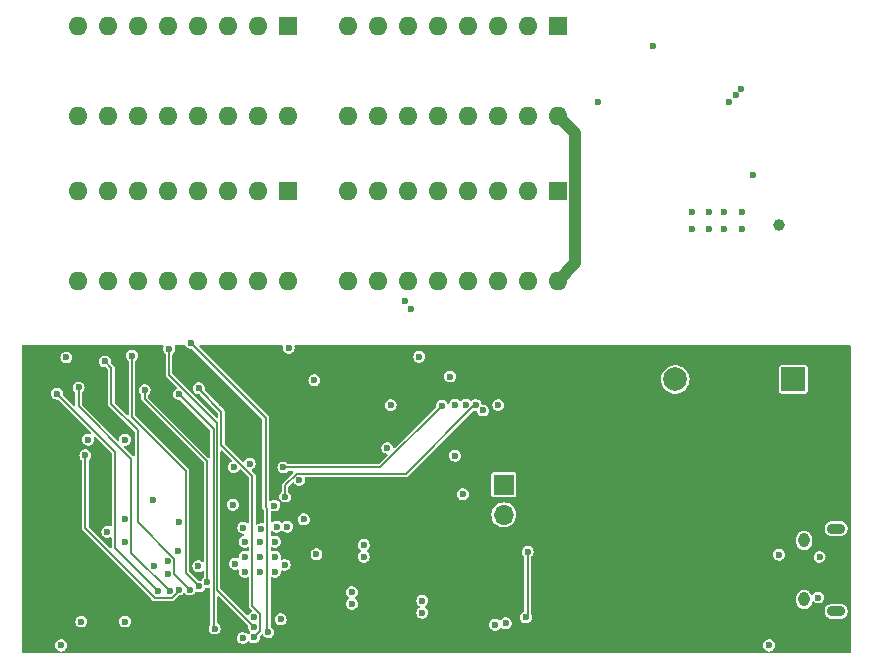
<source format=gbr>
%TF.GenerationSoftware,KiCad,Pcbnew,8.0.0-rc2*%
%TF.CreationDate,2024-02-11T10:46:37-08:00*%
%TF.ProjectId,fluke_884x_continuity_buzzer,666c756b-655f-4383-9834-785f636f6e74,REV1*%
%TF.SameCoordinates,Original*%
%TF.FileFunction,Copper,L2,Inr*%
%TF.FilePolarity,Positive*%
%FSLAX46Y46*%
G04 Gerber Fmt 4.6, Leading zero omitted, Abs format (unit mm)*
G04 Created by KiCad (PCBNEW 8.0.0-rc2) date 2024-02-11 10:46:37*
%MOMM*%
%LPD*%
G01*
G04 APERTURE LIST*
%TA.AperFunction,ComponentPad*%
%ADD10O,1.550000X0.890000*%
%TD*%
%TA.AperFunction,ComponentPad*%
%ADD11O,0.950000X1.250000*%
%TD*%
%TA.AperFunction,ComponentPad*%
%ADD12R,1.700000X1.700000*%
%TD*%
%TA.AperFunction,ComponentPad*%
%ADD13O,1.700000X1.700000*%
%TD*%
%TA.AperFunction,ComponentPad*%
%ADD14C,0.600000*%
%TD*%
%TA.AperFunction,ComponentPad*%
%ADD15R,2.000000X2.000000*%
%TD*%
%TA.AperFunction,ComponentPad*%
%ADD16C,2.000000*%
%TD*%
%TA.AperFunction,ComponentPad*%
%ADD17R,1.600000X1.600000*%
%TD*%
%TA.AperFunction,ComponentPad*%
%ADD18O,1.600000X1.600000*%
%TD*%
%TA.AperFunction,ComponentPad*%
%ADD19C,1.000000*%
%TD*%
%TA.AperFunction,ViaPad*%
%ADD20C,0.600000*%
%TD*%
%TA.AperFunction,Conductor*%
%ADD21C,0.150000*%
%TD*%
%TA.AperFunction,Conductor*%
%ADD22C,1.000000*%
%TD*%
G04 APERTURE END LIST*
D10*
%TO.N,GND*%
%TO.C,J3*%
X69253600Y-48937500D03*
D11*
X66553600Y-49937500D03*
X66553600Y-54937500D03*
D10*
X69253600Y-55937500D03*
%TD*%
D12*
%TO.N,/~{USB_BOOT}*%
%TO.C,J2*%
X41123600Y-45225000D03*
D13*
%TO.N,GND*%
X41123600Y-47765000D03*
%TD*%
D14*
%TO.N,GND*%
%TO.C,U3*%
X19187400Y-52590400D03*
X20462400Y-52590400D03*
X21737400Y-52590400D03*
X19187400Y-51315400D03*
X20462400Y-51315400D03*
X21737400Y-51315400D03*
X19187400Y-50040400D03*
X20462400Y-50040400D03*
X21737400Y-50040400D03*
%TD*%
D15*
%TO.N,/GPIO28_ADC2*%
%TO.C,LS1*%
X65640000Y-36300000D03*
D16*
%TO.N,/GPIO29_ADC3*%
X55640000Y-36300000D03*
%TD*%
D17*
%TO.N,/PDP*%
%TO.C,P204*%
X22860000Y-6350000D03*
D18*
%TO.N,/PS1*%
X20320000Y-6350000D03*
%TO.N,/Pd*%
X17780000Y-6350000D03*
%TO.N,/Pe*%
X15240000Y-6350000D03*
%TO.N,/Pf*%
X12700000Y-6350000D03*
%TO.N,/Pg*%
X10160000Y-6350000D03*
%TO.N,/PS3*%
X7620000Y-6350000D03*
%TO.N,/PS2*%
X5080000Y-6350000D03*
%TO.N,/Pb*%
X5080000Y-13970000D03*
%TO.N,/Pa*%
X7620000Y-13970000D03*
%TO.N,/Pc*%
X10160000Y-13970000D03*
%TO.N,/G0*%
X12700000Y-13970000D03*
%TO.N,/G1*%
X15240000Y-13970000D03*
%TO.N,/G4*%
X17780000Y-13970000D03*
%TO.N,/G3*%
X20320000Y-13970000D03*
%TO.N,/G2*%
X22860000Y-13970000D03*
%TD*%
D17*
%TO.N,/PDP*%
%TO.C,J204*%
X22860000Y-20320000D03*
D18*
%TO.N,/PS1*%
X20320000Y-20320000D03*
%TO.N,/Pd*%
X17780000Y-20320000D03*
%TO.N,/Pe*%
X15240000Y-20320000D03*
%TO.N,/Pf*%
X12700000Y-20320000D03*
%TO.N,/Pg*%
X10160000Y-20320000D03*
%TO.N,/PS3*%
X7620000Y-20320000D03*
%TO.N,/PS2*%
X5080000Y-20320000D03*
%TO.N,/Pb*%
X5080000Y-27940000D03*
%TO.N,/Pa*%
X7620000Y-27940000D03*
%TO.N,/Pc*%
X10160000Y-27940000D03*
%TO.N,/G0*%
X12700000Y-27940000D03*
%TO.N,/G1*%
X15240000Y-27940000D03*
%TO.N,/G4*%
X17780000Y-27940000D03*
%TO.N,/G3*%
X20320000Y-27940000D03*
%TO.N,/G2*%
X22860000Y-27940000D03*
%TD*%
D17*
%TO.N,/F1*%
%TO.C,J203*%
X45720000Y-20320000D03*
D18*
%TO.N,/F2*%
X43180000Y-20320000D03*
%TO.N,/S2*%
X40640000Y-20320000D03*
%TO.N,/S1*%
X38100000Y-20320000D03*
%TO.N,/S0*%
X35560000Y-20320000D03*
%TO.N,/G5*%
X33020000Y-20320000D03*
%TO.N,/G7*%
X30480000Y-20320000D03*
%TO.N,/G6*%
X27940000Y-20320000D03*
%TO.N,/RL0*%
X27940000Y-27940000D03*
%TO.N,/RL1*%
X30480000Y-27940000D03*
%TO.N,/RL6*%
X33020000Y-27940000D03*
%TO.N,/RL4*%
X35560000Y-27940000D03*
%TO.N,/RL2*%
X38100000Y-27940000D03*
%TO.N,/RL5*%
X40640000Y-27940000D03*
%TO.N,/RL3*%
X43180000Y-27940000D03*
%TO.N,GND*%
X45720000Y-27940000D03*
%TD*%
D19*
%TO.N,GND*%
%TO.C,TP1*%
X64460000Y-23200000D03*
%TD*%
D17*
%TO.N,/F1*%
%TO.C,P203*%
X45720000Y-6350000D03*
D18*
%TO.N,/F2*%
X43180000Y-6350000D03*
%TO.N,/S2*%
X40640000Y-6350000D03*
%TO.N,/S1*%
X38100000Y-6350000D03*
%TO.N,/S0*%
X35560000Y-6350000D03*
%TO.N,/G5*%
X33020000Y-6350000D03*
%TO.N,/G7*%
X30480000Y-6350000D03*
%TO.N,/G6*%
X27940000Y-6350000D03*
%TO.N,/RL0*%
X27940000Y-13970000D03*
%TO.N,/RL1*%
X30480000Y-13970000D03*
%TO.N,/RL6*%
X33020000Y-13970000D03*
%TO.N,/RL4*%
X35560000Y-13970000D03*
%TO.N,/RL2*%
X38100000Y-13970000D03*
%TO.N,/RL5*%
X40640000Y-13970000D03*
%TO.N,/RL3*%
X43180000Y-13970000D03*
%TO.N,GND*%
X45720000Y-13970000D03*
%TD*%
D20*
%TO.N,/GPIO26_ADC0*%
X43140000Y-50900000D03*
X42990000Y-56450000D03*
%TO.N,PF_3V*%
X16637400Y-57395700D03*
X19953600Y-56450000D03*
X13598600Y-37545500D03*
%TO.N,+5V*%
X53740000Y-8100000D03*
X49090000Y-12850000D03*
%TO.N,/VBUS*%
X63590000Y-58800000D03*
X3640000Y-58800000D03*
%TO.N,RL6_3V*%
X36573000Y-36062100D03*
X20578500Y-48966200D03*
%TO.N,RL5_3V*%
X38739000Y-38469300D03*
X22591400Y-46269400D03*
%TO.N,RL4_3V*%
X36991000Y-38463700D03*
X21702700Y-46983800D03*
%TO.N,RL3_3V*%
X22777300Y-48775700D03*
X39365000Y-38932000D03*
%TO.N,RL2_3V*%
X37897000Y-38455800D03*
X21884700Y-48771300D03*
%TO.N,RL1_3V*%
X22451600Y-43757900D03*
X35877000Y-38544700D03*
%TO.N,RL0_3V*%
X19062400Y-48862300D03*
X31542000Y-38474200D03*
%TO.N,/GPIO28_ADC2*%
X41280000Y-56939500D03*
%TO.N,/GPIO27_ADC1*%
X22226900Y-56614500D03*
X40665000Y-38477700D03*
%TO.N,/GPIO29_ADC3*%
X40392000Y-57084700D03*
%TO.N,PS3_3V*%
X5696500Y-42730800D03*
X13623600Y-54100000D03*
%TO.N,PS2_3V*%
X11823600Y-54200000D03*
X3292200Y-37515700D03*
%TO.N,PG_3V*%
X15352700Y-53835400D03*
X9660000Y-34300000D03*
%TO.N,PE_3V*%
X21190000Y-57700000D03*
X14612600Y-33193200D03*
%TO.N,PC_3V*%
X10716000Y-37207400D03*
X16023600Y-53500000D03*
%TO.N,PB_3V*%
X12823600Y-54200000D03*
X5116900Y-36986400D03*
%TO.N,PA_3V*%
X7349100Y-34783000D03*
X14523600Y-54100000D03*
%TO.N,G6_3V*%
X18262400Y-43721600D03*
X25081400Y-36376900D03*
%TO.N,G2_3V*%
X18179600Y-46904800D03*
X22911000Y-33620400D03*
%TO.N,G1_3V*%
X15297100Y-37059800D03*
X19953600Y-58150000D03*
%TO.N,G0_3V*%
X12787400Y-33726900D03*
X19953600Y-57250000D03*
%TO.N,/RL1*%
X32740000Y-29700000D03*
%TO.N,/RL0*%
X33240000Y-30350000D03*
%TO.N,/QSPI_SS*%
X24199500Y-48149800D03*
X36992000Y-42755500D03*
%TO.N,GND*%
X9062400Y-50105400D03*
X57060000Y-23600000D03*
X34225000Y-56050000D03*
X13632900Y-48394400D03*
X11462400Y-46489400D03*
X13505900Y-50870900D03*
X31263000Y-42115400D03*
X19603600Y-43450000D03*
X11473900Y-52077400D03*
X34225000Y-55050000D03*
X67854000Y-51340200D03*
X12680400Y-52815400D03*
X58460000Y-23600000D03*
X5362400Y-56805400D03*
X62210000Y-19000000D03*
X59760000Y-22100000D03*
X37663000Y-46015400D03*
X64404000Y-51137500D03*
X33962000Y-34390400D03*
X9062400Y-48115400D03*
X9062400Y-41405400D03*
X29262000Y-51315400D03*
X59760000Y-23600000D03*
X23823600Y-44800000D03*
X12680400Y-51696400D03*
X28262000Y-55315400D03*
X57060000Y-22100000D03*
X28262000Y-54315400D03*
X9062400Y-56805400D03*
X58460000Y-22100000D03*
X29262000Y-50315400D03*
X7562400Y-49205400D03*
X61260000Y-23600000D03*
X67754000Y-54777900D03*
X19023600Y-58200000D03*
X5930600Y-41405400D03*
X61260000Y-22100000D03*
%TO.N,+3V3*%
X30360000Y-38100000D03*
X25920400Y-51665400D03*
X37360000Y-54950000D03*
X8460000Y-34600000D03*
X12460000Y-38300000D03*
X24160000Y-38400000D03*
X17235000Y-38300000D03*
X24890000Y-45150000D03*
X7360000Y-38400000D03*
X17944800Y-50378800D03*
X19160000Y-34000000D03*
X32210000Y-34250000D03*
X2060000Y-38400000D03*
X21590000Y-42650000D03*
X24860000Y-34200000D03*
X49460000Y-35900000D03*
X49460000Y-37200000D03*
X18097100Y-53680800D03*
X20240000Y-44050000D03*
X49460000Y-38400000D03*
X49460000Y-39500000D03*
X14160000Y-34200000D03*
X25140000Y-54400000D03*
%TO.N,+1V1*%
X25262400Y-51115400D03*
X15262400Y-52115400D03*
X18362400Y-51915400D03*
X22562400Y-52015400D03*
%TO.N,Net-(D1-K)*%
X4090000Y-34450000D03*
X61240000Y-11750000D03*
X60190000Y-12800000D03*
X60740000Y-12250000D03*
%TD*%
D21*
%TO.N,/GPIO26_ADC0*%
X43140000Y-50900000D02*
X43140000Y-56300000D01*
X43140000Y-56300000D02*
X42990000Y-56450000D01*
%TO.N,PF_3V*%
X16550300Y-57308600D02*
X16637400Y-57395700D01*
X16550300Y-40497200D02*
X16550300Y-57308600D01*
X13598600Y-37545500D02*
X16550300Y-40497200D01*
%TO.N,RL5_3V*%
X38628000Y-38469300D02*
X38739000Y-38469300D01*
X38628000Y-38469400D02*
X38628000Y-38469300D01*
X32825000Y-44273300D02*
X38628000Y-38469400D01*
X23605500Y-44273300D02*
X32825000Y-44273300D01*
X22591400Y-45287400D02*
X23605500Y-44273300D01*
X22591400Y-46269400D02*
X22591400Y-45287400D01*
%TO.N,RL1_3V*%
X30664000Y-43757900D02*
X35877000Y-38544700D01*
X22451600Y-43757900D02*
X30664000Y-43757900D01*
%TO.N,PS3_3V*%
X13623600Y-54180700D02*
X13623600Y-54100000D01*
X13007000Y-54797300D02*
X13623600Y-54180700D01*
X11602900Y-54797300D02*
X13007000Y-54797300D01*
X5696500Y-48890900D02*
X11602900Y-54797300D01*
X5696500Y-42730800D02*
X5696500Y-48890900D01*
%TO.N,PS2_3V*%
X8202600Y-42426100D02*
X3292200Y-37515700D01*
X8202600Y-50579000D02*
X8202600Y-42426100D01*
X11823600Y-54200000D02*
X8202600Y-50579000D01*
%TO.N,PG_3V*%
X14218500Y-52701200D02*
X15352700Y-53835400D01*
X14218500Y-44085100D02*
X14218500Y-52701200D01*
X9660000Y-39526600D02*
X14218500Y-44085100D01*
X9660000Y-34300000D02*
X9660000Y-39526600D01*
%TO.N,PE_3V*%
X20958000Y-39538600D02*
X14612600Y-33193200D01*
X20958000Y-47127200D02*
X20958000Y-39538600D01*
X21106900Y-47276100D02*
X20958000Y-47127200D01*
X21106900Y-57303300D02*
X21106900Y-47276100D01*
X21190000Y-57700000D02*
X21106900Y-57303300D01*
%TO.N,PC_3V*%
X10716000Y-37934900D02*
X10716000Y-37207400D01*
X16023600Y-43242500D02*
X10716000Y-37934900D01*
X16023600Y-53500000D02*
X16023600Y-43242500D01*
%TO.N,PB_3V*%
X9589100Y-50965500D02*
X12823600Y-54200000D01*
X9589100Y-43067500D02*
X9589100Y-50965500D01*
X5116900Y-38595300D02*
X9589100Y-43067500D01*
X5116900Y-36986400D02*
X5116900Y-38595300D01*
%TO.N,PA_3V*%
X13207100Y-52783500D02*
X14523600Y-54100000D01*
X13207100Y-51478200D02*
X13207100Y-52783500D01*
X10136500Y-48407600D02*
X13207100Y-51478200D01*
X10136500Y-40630200D02*
X10136500Y-48407600D01*
X7886700Y-38380400D02*
X10136500Y-40630200D01*
X7886700Y-35320600D02*
X7886700Y-38380400D01*
X7349100Y-34783000D02*
X7886700Y-35320600D01*
%TO.N,G1_3V*%
X15297100Y-37112300D02*
X15297100Y-37059800D01*
X17219200Y-39034400D02*
X15297100Y-37112300D01*
X17219200Y-41871300D02*
X17219200Y-39034400D01*
X19824900Y-44477000D02*
X17219200Y-41871300D01*
X19824900Y-55471900D02*
X19824900Y-44477000D01*
X20486000Y-56133000D02*
X19824900Y-55471900D01*
X20486000Y-57617600D02*
X20486000Y-56133000D01*
X19953600Y-58150000D02*
X20486000Y-57617600D01*
%TO.N,G0_3V*%
X12787400Y-35923800D02*
X12787400Y-33726900D01*
X16859800Y-39996200D02*
X12787400Y-35923800D01*
X16859800Y-54156200D02*
X16859800Y-39996200D01*
X19953600Y-57250000D02*
X16859800Y-54156200D01*
D22*
%TO.N,GND*%
X47170000Y-26490000D02*
X45720000Y-27940000D01*
X47170000Y-15420000D02*
X47170000Y-26490000D01*
X45720000Y-13970000D02*
X47170000Y-15420000D01*
D21*
%TO.N,+3V3*%
X23238900Y-46801100D02*
X24890000Y-45150000D01*
X22313500Y-46801100D02*
X23238900Y-46801100D01*
X21590000Y-46077600D02*
X22313500Y-46801100D01*
X21590000Y-42650000D02*
X21590000Y-46077600D01*
%TD*%
%TA.AperFunction,Conductor*%
%TO.N,+3V3*%
G36*
X70438637Y-33374568D02*
G01*
X70474634Y-33424044D01*
X70479500Y-33454700D01*
X70479500Y-59384100D01*
X70460593Y-59442291D01*
X70411093Y-59478255D01*
X70380500Y-59483100D01*
X63728643Y-59483100D01*
X63670452Y-59464193D01*
X63634488Y-59414693D01*
X63634488Y-59353507D01*
X63670452Y-59304007D01*
X63700752Y-59289110D01*
X63800053Y-59259953D01*
X63921128Y-59182143D01*
X64015377Y-59073373D01*
X64075165Y-58942457D01*
X64095647Y-58800000D01*
X64075165Y-58657543D01*
X64015377Y-58526627D01*
X63921128Y-58417857D01*
X63921127Y-58417856D01*
X63921126Y-58417855D01*
X63800057Y-58340049D01*
X63800054Y-58340047D01*
X63800053Y-58340047D01*
X63800050Y-58340046D01*
X63661964Y-58299500D01*
X63661961Y-58299500D01*
X63518039Y-58299500D01*
X63518035Y-58299500D01*
X63379949Y-58340046D01*
X63379942Y-58340049D01*
X63258873Y-58417855D01*
X63164622Y-58526628D01*
X63104834Y-58657543D01*
X63084353Y-58799997D01*
X63084353Y-58800002D01*
X63104834Y-58942456D01*
X63164622Y-59073371D01*
X63164623Y-59073373D01*
X63258872Y-59182143D01*
X63258873Y-59182144D01*
X63379942Y-59259950D01*
X63379947Y-59259953D01*
X63479248Y-59289110D01*
X63529755Y-59323646D01*
X63550317Y-59381273D01*
X63533079Y-59439980D01*
X63484626Y-59477343D01*
X63451357Y-59483100D01*
X3778643Y-59483100D01*
X3720452Y-59464193D01*
X3684488Y-59414693D01*
X3684488Y-59353507D01*
X3720452Y-59304007D01*
X3750752Y-59289110D01*
X3850053Y-59259953D01*
X3971128Y-59182143D01*
X4065377Y-59073373D01*
X4125165Y-58942457D01*
X4145647Y-58800000D01*
X4125165Y-58657543D01*
X4065377Y-58526627D01*
X3971128Y-58417857D01*
X3971127Y-58417856D01*
X3971126Y-58417855D01*
X3850057Y-58340049D01*
X3850054Y-58340047D01*
X3850053Y-58340047D01*
X3850050Y-58340046D01*
X3711964Y-58299500D01*
X3711961Y-58299500D01*
X3568039Y-58299500D01*
X3568035Y-58299500D01*
X3429949Y-58340046D01*
X3429942Y-58340049D01*
X3308873Y-58417855D01*
X3214622Y-58526628D01*
X3154834Y-58657543D01*
X3134353Y-58799997D01*
X3134353Y-58800002D01*
X3154834Y-58942456D01*
X3214622Y-59073371D01*
X3214623Y-59073373D01*
X3308872Y-59182143D01*
X3308873Y-59182144D01*
X3429942Y-59259950D01*
X3429947Y-59259953D01*
X3529248Y-59289110D01*
X3579755Y-59323646D01*
X3600317Y-59381273D01*
X3583079Y-59439980D01*
X3534626Y-59477343D01*
X3501357Y-59483100D01*
X399500Y-59483100D01*
X341309Y-59464193D01*
X305345Y-59414693D01*
X300500Y-59384100D01*
X300500Y-56805402D01*
X4856753Y-56805402D01*
X4877234Y-56947856D01*
X4923826Y-57049877D01*
X4937023Y-57078773D01*
X5014363Y-57168029D01*
X5031273Y-57187544D01*
X5112970Y-57240047D01*
X5152347Y-57265353D01*
X5258803Y-57296611D01*
X5290435Y-57305899D01*
X5290436Y-57305899D01*
X5290439Y-57305900D01*
X5290441Y-57305900D01*
X5434359Y-57305900D01*
X5434361Y-57305900D01*
X5572453Y-57265353D01*
X5693528Y-57187543D01*
X5787777Y-57078773D01*
X5847565Y-56947857D01*
X5868047Y-56805402D01*
X8556753Y-56805402D01*
X8577234Y-56947856D01*
X8623826Y-57049877D01*
X8637023Y-57078773D01*
X8714363Y-57168029D01*
X8731273Y-57187544D01*
X8812970Y-57240047D01*
X8852347Y-57265353D01*
X8958803Y-57296611D01*
X8990435Y-57305899D01*
X8990436Y-57305899D01*
X8990439Y-57305900D01*
X8990441Y-57305900D01*
X9134359Y-57305900D01*
X9134361Y-57305900D01*
X9272453Y-57265353D01*
X9393528Y-57187543D01*
X9487777Y-57078773D01*
X9547565Y-56947857D01*
X9568047Y-56805400D01*
X9566845Y-56797043D01*
X9547565Y-56662943D01*
X9525442Y-56614502D01*
X9487777Y-56532027D01*
X9393528Y-56423257D01*
X9393527Y-56423256D01*
X9393526Y-56423255D01*
X9272457Y-56345449D01*
X9272454Y-56345447D01*
X9272453Y-56345447D01*
X9257744Y-56341128D01*
X9134364Y-56304900D01*
X9134361Y-56304900D01*
X8990439Y-56304900D01*
X8990435Y-56304900D01*
X8852349Y-56345446D01*
X8852342Y-56345449D01*
X8731273Y-56423255D01*
X8637022Y-56532028D01*
X8577234Y-56662943D01*
X8556753Y-56805397D01*
X8556753Y-56805402D01*
X5868047Y-56805402D01*
X5868047Y-56805400D01*
X5866845Y-56797043D01*
X5847565Y-56662943D01*
X5825442Y-56614502D01*
X5787777Y-56532027D01*
X5693528Y-56423257D01*
X5693527Y-56423256D01*
X5693526Y-56423255D01*
X5572457Y-56345449D01*
X5572454Y-56345447D01*
X5572453Y-56345447D01*
X5557744Y-56341128D01*
X5434364Y-56304900D01*
X5434361Y-56304900D01*
X5290439Y-56304900D01*
X5290435Y-56304900D01*
X5152349Y-56345446D01*
X5152342Y-56345449D01*
X5031273Y-56423255D01*
X4937022Y-56532028D01*
X4877234Y-56662943D01*
X4856753Y-56805397D01*
X4856753Y-56805402D01*
X300500Y-56805402D01*
X300500Y-34450002D01*
X3584353Y-34450002D01*
X3604834Y-34592456D01*
X3660233Y-34713760D01*
X3664623Y-34723373D01*
X3758872Y-34832143D01*
X3758873Y-34832144D01*
X3879942Y-34909950D01*
X3879947Y-34909953D01*
X3986403Y-34941211D01*
X4018035Y-34950499D01*
X4018036Y-34950499D01*
X4018039Y-34950500D01*
X4018041Y-34950500D01*
X4161959Y-34950500D01*
X4161961Y-34950500D01*
X4300053Y-34909953D01*
X4421128Y-34832143D01*
X4515377Y-34723373D01*
X4575165Y-34592457D01*
X4595647Y-34450000D01*
X4594562Y-34442457D01*
X4575165Y-34307543D01*
X4515377Y-34176628D01*
X4515377Y-34176627D01*
X4421128Y-34067857D01*
X4421127Y-34067856D01*
X4421126Y-34067855D01*
X4300057Y-33990049D01*
X4300054Y-33990047D01*
X4300053Y-33990047D01*
X4300050Y-33990046D01*
X4161964Y-33949500D01*
X4161961Y-33949500D01*
X4018039Y-33949500D01*
X4018035Y-33949500D01*
X3879949Y-33990046D01*
X3879942Y-33990049D01*
X3758873Y-34067855D01*
X3664622Y-34176628D01*
X3604834Y-34307543D01*
X3584353Y-34449997D01*
X3584353Y-34450002D01*
X300500Y-34450002D01*
X300500Y-33501903D01*
X319407Y-33443712D01*
X368907Y-33407748D01*
X399429Y-33402903D01*
X12234675Y-33394920D01*
X12292877Y-33413788D01*
X12328874Y-33463264D01*
X12328915Y-33524449D01*
X12324794Y-33535046D01*
X12302233Y-33584445D01*
X12281753Y-33726897D01*
X12281753Y-33726902D01*
X12302234Y-33869356D01*
X12330134Y-33930447D01*
X12362023Y-34000273D01*
X12456272Y-34109043D01*
X12464363Y-34114243D01*
X12466422Y-34115566D01*
X12505154Y-34162932D01*
X12511900Y-34198851D01*
X12511900Y-35978600D01*
X12518592Y-35994755D01*
X12518593Y-35994758D01*
X12553841Y-36079855D01*
X12553842Y-36079856D01*
X12553843Y-36079858D01*
X12993341Y-36519356D01*
X13405768Y-36931783D01*
X13433545Y-36986300D01*
X13423974Y-37046732D01*
X13389287Y-37085071D01*
X13267473Y-37163355D01*
X13173222Y-37272128D01*
X13113434Y-37403043D01*
X13092953Y-37545497D01*
X13092953Y-37545502D01*
X13113434Y-37687956D01*
X13162441Y-37795264D01*
X13173223Y-37818873D01*
X13267472Y-37927643D01*
X13267473Y-37927644D01*
X13388542Y-38005450D01*
X13388547Y-38005453D01*
X13495003Y-38036711D01*
X13526635Y-38045999D01*
X13526636Y-38045999D01*
X13526639Y-38046000D01*
X13526641Y-38046000D01*
X13668477Y-38046000D01*
X13726668Y-38064907D01*
X13738481Y-38074996D01*
X16245804Y-40582319D01*
X16273581Y-40636836D01*
X16274800Y-40652323D01*
X16274800Y-42865077D01*
X16255893Y-42923268D01*
X16206393Y-42959232D01*
X16145207Y-42959232D01*
X16105796Y-42935081D01*
X11020496Y-37849781D01*
X10992719Y-37795264D01*
X10991500Y-37779777D01*
X10991500Y-37679351D01*
X11010407Y-37621160D01*
X11036978Y-37596066D01*
X11038123Y-37595329D01*
X11047128Y-37589543D01*
X11141377Y-37480773D01*
X11201165Y-37349857D01*
X11216625Y-37242327D01*
X11221647Y-37207402D01*
X11221647Y-37207397D01*
X11201165Y-37064943D01*
X11196965Y-37055746D01*
X11141377Y-36934027D01*
X11047128Y-36825257D01*
X11047127Y-36825256D01*
X11047126Y-36825255D01*
X10926057Y-36747449D01*
X10926054Y-36747447D01*
X10926053Y-36747447D01*
X10926050Y-36747446D01*
X10787964Y-36706900D01*
X10787961Y-36706900D01*
X10644039Y-36706900D01*
X10644035Y-36706900D01*
X10505949Y-36747446D01*
X10505942Y-36747449D01*
X10384873Y-36825255D01*
X10290622Y-36934028D01*
X10230834Y-37064943D01*
X10210353Y-37207397D01*
X10210353Y-37207402D01*
X10230834Y-37349856D01*
X10255695Y-37404292D01*
X10290623Y-37480773D01*
X10384872Y-37589543D01*
X10392963Y-37594743D01*
X10395022Y-37596066D01*
X10433754Y-37643432D01*
X10440500Y-37679351D01*
X10440500Y-37989700D01*
X10463821Y-38046000D01*
X10475276Y-38073654D01*
X10475276Y-38073655D01*
X10482443Y-38090958D01*
X15719104Y-43327619D01*
X15746881Y-43382136D01*
X15748100Y-43397623D01*
X15748100Y-51651289D01*
X15729193Y-51709480D01*
X15679693Y-51745444D01*
X15618507Y-51745444D01*
X15595577Y-51734573D01*
X15472457Y-51655449D01*
X15472454Y-51655447D01*
X15472453Y-51655447D01*
X15472450Y-51655446D01*
X15334364Y-51614900D01*
X15334361Y-51614900D01*
X15190439Y-51614900D01*
X15190435Y-51614900D01*
X15052349Y-51655446D01*
X15052342Y-51655449D01*
X14931273Y-51733255D01*
X14837022Y-51842028D01*
X14777234Y-51972943D01*
X14756753Y-52115397D01*
X14756753Y-52115402D01*
X14777234Y-52257856D01*
X14837022Y-52388771D01*
X14837023Y-52388773D01*
X14921549Y-52486322D01*
X14931273Y-52497544D01*
X15052342Y-52575350D01*
X15052347Y-52575353D01*
X15158803Y-52606611D01*
X15190435Y-52615899D01*
X15190436Y-52615899D01*
X15190439Y-52615900D01*
X15190441Y-52615900D01*
X15334359Y-52615900D01*
X15334361Y-52615900D01*
X15472453Y-52575353D01*
X15593528Y-52497543D01*
X15593529Y-52497541D01*
X15595576Y-52496226D01*
X15654752Y-52480671D01*
X15711768Y-52502870D01*
X15744847Y-52554342D01*
X15748100Y-52579510D01*
X15748100Y-53028049D01*
X15729193Y-53086240D01*
X15702624Y-53111333D01*
X15692472Y-53117857D01*
X15598222Y-53226628D01*
X15569736Y-53289003D01*
X15528364Y-53334080D01*
X15468397Y-53346231D01*
X15451792Y-53342866D01*
X15424663Y-53334900D01*
X15424661Y-53334900D01*
X15282823Y-53334900D01*
X15224632Y-53315993D01*
X15212819Y-53305904D01*
X14522996Y-52616081D01*
X14495219Y-52561564D01*
X14494000Y-52546077D01*
X14494000Y-44030300D01*
X14486055Y-44011121D01*
X14486055Y-44011120D01*
X14452058Y-43929042D01*
X9964496Y-39441480D01*
X9936719Y-39386963D01*
X9935500Y-39371476D01*
X9935500Y-34771951D01*
X9954407Y-34713760D01*
X9980978Y-34688666D01*
X9982123Y-34687929D01*
X9991128Y-34682143D01*
X10085377Y-34573373D01*
X10145165Y-34442457D01*
X10162333Y-34323049D01*
X10165647Y-34300002D01*
X10165647Y-34299997D01*
X10145165Y-34157543D01*
X10137455Y-34140660D01*
X10085377Y-34026627D01*
X9991128Y-33917857D01*
X9991127Y-33917856D01*
X9991126Y-33917855D01*
X9870057Y-33840049D01*
X9870054Y-33840047D01*
X9870053Y-33840047D01*
X9870050Y-33840046D01*
X9731964Y-33799500D01*
X9731961Y-33799500D01*
X9588039Y-33799500D01*
X9588035Y-33799500D01*
X9449949Y-33840046D01*
X9449942Y-33840049D01*
X9328873Y-33917855D01*
X9234622Y-34026628D01*
X9174834Y-34157543D01*
X9154353Y-34299997D01*
X9154353Y-34300002D01*
X9174834Y-34442456D01*
X9205511Y-34509627D01*
X9234623Y-34573373D01*
X9328872Y-34682143D01*
X9336963Y-34687343D01*
X9339022Y-34688666D01*
X9377754Y-34736032D01*
X9384500Y-34771951D01*
X9384500Y-39249576D01*
X9365593Y-39307767D01*
X9316093Y-39343731D01*
X9254907Y-39343731D01*
X9215496Y-39319580D01*
X8191196Y-38295280D01*
X8163419Y-38240763D01*
X8162200Y-38225276D01*
X8162200Y-35265800D01*
X8120257Y-35164542D01*
X8120257Y-35164541D01*
X8120256Y-35164540D01*
X7875202Y-34919485D01*
X7847425Y-34864969D01*
X7847214Y-34835392D01*
X7854747Y-34783001D01*
X7854747Y-34782997D01*
X7834265Y-34640543D01*
X7774477Y-34509627D01*
X7680228Y-34400857D01*
X7680227Y-34400856D01*
X7680226Y-34400855D01*
X7559157Y-34323049D01*
X7559154Y-34323047D01*
X7559153Y-34323047D01*
X7559150Y-34323046D01*
X7421064Y-34282500D01*
X7421061Y-34282500D01*
X7277139Y-34282500D01*
X7277135Y-34282500D01*
X7139049Y-34323046D01*
X7139042Y-34323049D01*
X7017973Y-34400855D01*
X6923722Y-34509628D01*
X6863934Y-34640543D01*
X6843453Y-34782997D01*
X6843453Y-34783002D01*
X6863934Y-34925456D01*
X6923722Y-35056371D01*
X6923723Y-35056373D01*
X7017451Y-35164542D01*
X7017973Y-35165144D01*
X7139042Y-35242950D01*
X7139047Y-35242953D01*
X7216858Y-35265800D01*
X7277135Y-35283499D01*
X7277136Y-35283499D01*
X7277139Y-35283500D01*
X7277141Y-35283500D01*
X7418977Y-35283500D01*
X7477168Y-35302407D01*
X7488980Y-35312496D01*
X7582203Y-35405718D01*
X7609981Y-35460234D01*
X7611200Y-35475722D01*
X7611200Y-38435200D01*
X7628805Y-38477702D01*
X7638537Y-38501196D01*
X7638537Y-38501197D01*
X7653141Y-38536455D01*
X7653142Y-38536456D01*
X7653143Y-38536458D01*
X9832005Y-40715320D01*
X9859781Y-40769835D01*
X9861000Y-40785322D01*
X9861000Y-42710777D01*
X9842093Y-42768968D01*
X9792593Y-42804932D01*
X9731407Y-42804932D01*
X9691996Y-42780781D01*
X8986119Y-42074904D01*
X8958342Y-42020387D01*
X8967913Y-41959955D01*
X9011178Y-41916690D01*
X9056123Y-41905900D01*
X9134359Y-41905900D01*
X9134361Y-41905900D01*
X9272453Y-41865353D01*
X9393528Y-41787543D01*
X9487777Y-41678773D01*
X9547565Y-41547857D01*
X9559518Y-41464721D01*
X9568047Y-41405402D01*
X9568047Y-41405397D01*
X9547565Y-41262943D01*
X9487777Y-41132028D01*
X9487777Y-41132027D01*
X9393528Y-41023257D01*
X9393527Y-41023256D01*
X9393526Y-41023255D01*
X9272457Y-40945449D01*
X9272454Y-40945447D01*
X9272453Y-40945447D01*
X9272450Y-40945446D01*
X9134364Y-40904900D01*
X9134361Y-40904900D01*
X8990439Y-40904900D01*
X8990435Y-40904900D01*
X8852349Y-40945446D01*
X8852342Y-40945449D01*
X8731273Y-41023255D01*
X8637022Y-41132028D01*
X8577234Y-41262943D01*
X8556753Y-41405397D01*
X8556753Y-41406530D01*
X8556460Y-41407429D01*
X8555745Y-41412408D01*
X8554883Y-41412284D01*
X8537846Y-41464721D01*
X8488346Y-41500685D01*
X8427160Y-41500685D01*
X8387749Y-41476534D01*
X5421396Y-38510181D01*
X5393619Y-38455664D01*
X5392400Y-38440177D01*
X5392400Y-37458351D01*
X5411307Y-37400160D01*
X5437878Y-37375066D01*
X5440714Y-37373243D01*
X5448028Y-37368543D01*
X5542277Y-37259773D01*
X5602065Y-37128857D01*
X5622547Y-36986400D01*
X5615112Y-36934690D01*
X5602065Y-36843943D01*
X5557996Y-36747447D01*
X5542277Y-36713027D01*
X5448028Y-36604257D01*
X5448027Y-36604256D01*
X5448026Y-36604255D01*
X5326957Y-36526449D01*
X5326954Y-36526447D01*
X5326953Y-36526447D01*
X5326950Y-36526446D01*
X5188864Y-36485900D01*
X5188861Y-36485900D01*
X5044939Y-36485900D01*
X5044935Y-36485900D01*
X4906849Y-36526446D01*
X4906842Y-36526449D01*
X4785773Y-36604255D01*
X4691522Y-36713028D01*
X4631734Y-36843943D01*
X4611253Y-36986397D01*
X4611253Y-36986402D01*
X4631734Y-37128856D01*
X4683492Y-37242187D01*
X4691523Y-37259773D01*
X4785772Y-37368543D01*
X4793086Y-37373243D01*
X4795922Y-37375066D01*
X4834654Y-37422432D01*
X4841400Y-37458351D01*
X4841400Y-38436277D01*
X4822493Y-38494468D01*
X4772993Y-38530432D01*
X4711807Y-38530432D01*
X4672396Y-38506281D01*
X3818301Y-37652186D01*
X3790524Y-37597669D01*
X3790313Y-37568098D01*
X3797847Y-37515700D01*
X3797102Y-37510520D01*
X3777365Y-37373243D01*
X3759065Y-37333173D01*
X3717577Y-37242327D01*
X3623328Y-37133557D01*
X3623327Y-37133556D01*
X3623326Y-37133555D01*
X3502257Y-37055749D01*
X3502254Y-37055747D01*
X3502253Y-37055747D01*
X3502250Y-37055746D01*
X3364164Y-37015200D01*
X3364161Y-37015200D01*
X3220239Y-37015200D01*
X3220235Y-37015200D01*
X3082149Y-37055746D01*
X3082142Y-37055749D01*
X2961073Y-37133555D01*
X2866822Y-37242328D01*
X2807034Y-37373243D01*
X2786553Y-37515697D01*
X2786553Y-37515702D01*
X2807034Y-37658156D01*
X2866822Y-37789071D01*
X2866823Y-37789073D01*
X2961072Y-37897843D01*
X2961073Y-37897844D01*
X3071483Y-37968800D01*
X3082147Y-37975653D01*
X3183638Y-38005453D01*
X3220235Y-38016199D01*
X3220236Y-38016199D01*
X3220239Y-38016200D01*
X3220241Y-38016200D01*
X3362077Y-38016200D01*
X3420268Y-38035107D01*
X3432081Y-38045196D01*
X6137737Y-40750852D01*
X6165514Y-40805369D01*
X6155943Y-40865801D01*
X6112678Y-40909066D01*
X6052246Y-40918637D01*
X6039843Y-40915846D01*
X6002566Y-40904901D01*
X6002562Y-40904900D01*
X6002561Y-40904900D01*
X5858639Y-40904900D01*
X5858635Y-40904900D01*
X5720549Y-40945446D01*
X5720542Y-40945449D01*
X5599473Y-41023255D01*
X5505222Y-41132028D01*
X5445434Y-41262943D01*
X5424953Y-41405397D01*
X5424953Y-41405402D01*
X5445434Y-41547856D01*
X5476053Y-41614900D01*
X5505223Y-41678773D01*
X5573166Y-41757184D01*
X5599473Y-41787544D01*
X5720542Y-41865350D01*
X5720547Y-41865353D01*
X5827003Y-41896611D01*
X5858635Y-41905899D01*
X5858636Y-41905899D01*
X5858639Y-41905900D01*
X5858641Y-41905900D01*
X6002559Y-41905900D01*
X6002561Y-41905900D01*
X6140653Y-41865353D01*
X6261728Y-41787543D01*
X6355977Y-41678773D01*
X6415765Y-41547857D01*
X6427718Y-41464721D01*
X6436247Y-41405402D01*
X6436247Y-41405397D01*
X6418792Y-41283996D01*
X6429225Y-41223707D01*
X6473103Y-41181065D01*
X6533666Y-41172357D01*
X6586788Y-41199903D01*
X7898104Y-42511219D01*
X7925881Y-42565736D01*
X7927100Y-42581223D01*
X7927100Y-48663527D01*
X7908193Y-48721718D01*
X7858693Y-48757682D01*
X7797507Y-48757682D01*
X7774582Y-48746814D01*
X7772461Y-48745451D01*
X7772454Y-48745448D01*
X7772453Y-48745447D01*
X7772450Y-48745446D01*
X7634364Y-48704900D01*
X7634361Y-48704900D01*
X7490439Y-48704900D01*
X7490435Y-48704900D01*
X7352349Y-48745446D01*
X7352342Y-48745449D01*
X7231273Y-48823255D01*
X7137022Y-48932028D01*
X7077234Y-49062943D01*
X7056753Y-49205397D01*
X7056753Y-49205402D01*
X7077234Y-49347856D01*
X7084059Y-49362800D01*
X7137023Y-49478773D01*
X7227744Y-49583471D01*
X7231273Y-49587544D01*
X7352342Y-49665350D01*
X7352347Y-49665353D01*
X7449519Y-49693885D01*
X7490435Y-49705899D01*
X7490436Y-49705899D01*
X7490439Y-49705900D01*
X7490441Y-49705900D01*
X7634359Y-49705900D01*
X7634361Y-49705900D01*
X7772453Y-49665353D01*
X7774576Y-49663988D01*
X7776611Y-49663453D01*
X7778894Y-49662411D01*
X7779074Y-49662805D01*
X7833749Y-49648433D01*
X7890766Y-49670630D01*
X7923847Y-49722102D01*
X7927100Y-49747272D01*
X7927100Y-50492877D01*
X7908193Y-50551068D01*
X7858693Y-50587032D01*
X7797507Y-50587032D01*
X7758096Y-50562881D01*
X6000996Y-48805781D01*
X5973219Y-48751264D01*
X5972000Y-48735777D01*
X5972000Y-43202751D01*
X5990907Y-43144560D01*
X6017478Y-43119466D01*
X6018623Y-43118729D01*
X6027628Y-43112943D01*
X6121877Y-43004173D01*
X6181665Y-42873257D01*
X6194961Y-42780781D01*
X6202147Y-42730802D01*
X6202147Y-42730797D01*
X6181665Y-42588343D01*
X6140198Y-42497544D01*
X6121877Y-42457427D01*
X6027628Y-42348657D01*
X6027627Y-42348656D01*
X6027626Y-42348655D01*
X5906557Y-42270849D01*
X5906554Y-42270847D01*
X5906553Y-42270847D01*
X5906550Y-42270846D01*
X5768464Y-42230300D01*
X5768461Y-42230300D01*
X5624539Y-42230300D01*
X5624535Y-42230300D01*
X5486449Y-42270846D01*
X5486442Y-42270849D01*
X5365373Y-42348655D01*
X5271122Y-42457428D01*
X5211334Y-42588343D01*
X5190853Y-42730797D01*
X5190853Y-42730802D01*
X5211334Y-42873256D01*
X5239569Y-42935081D01*
X5271123Y-43004173D01*
X5365372Y-43112943D01*
X5373463Y-43118143D01*
X5375522Y-43119466D01*
X5414254Y-43166832D01*
X5421000Y-43202751D01*
X5421000Y-48945699D01*
X5445463Y-49004758D01*
X5462941Y-49046955D01*
X5462942Y-49046956D01*
X5462943Y-49046958D01*
X11369343Y-54953358D01*
X11369342Y-54953358D01*
X11446838Y-55030853D01*
X11446842Y-55030857D01*
X11548100Y-55072800D01*
X11548101Y-55072800D01*
X13061799Y-55072800D01*
X13061800Y-55072800D01*
X13163058Y-55030857D01*
X13240557Y-54953358D01*
X13240556Y-54953358D01*
X13564420Y-54629496D01*
X13618937Y-54601719D01*
X13634423Y-54600500D01*
X13695559Y-54600500D01*
X13695561Y-54600500D01*
X13833653Y-54559953D01*
X13954728Y-54482143D01*
X13998781Y-54431302D01*
X14051176Y-54399707D01*
X14112137Y-54404942D01*
X14148417Y-54431301D01*
X14184873Y-54473373D01*
X14192473Y-54482144D01*
X14313542Y-54559950D01*
X14313547Y-54559953D01*
X14411693Y-54588771D01*
X14451635Y-54600499D01*
X14451636Y-54600499D01*
X14451639Y-54600500D01*
X14451641Y-54600500D01*
X14595559Y-54600500D01*
X14595561Y-54600500D01*
X14733653Y-54559953D01*
X14854728Y-54482143D01*
X14948977Y-54373373D01*
X14973005Y-54320758D01*
X15014376Y-54275681D01*
X15074342Y-54263530D01*
X15116580Y-54278601D01*
X15142647Y-54295353D01*
X15249103Y-54326611D01*
X15280735Y-54335899D01*
X15280736Y-54335899D01*
X15280739Y-54335900D01*
X15280741Y-54335900D01*
X15424659Y-54335900D01*
X15424661Y-54335900D01*
X15562753Y-54295353D01*
X15683828Y-54217543D01*
X15778077Y-54108773D01*
X15806564Y-54046395D01*
X15847934Y-54001320D01*
X15907900Y-53989168D01*
X15924509Y-53992534D01*
X15951633Y-54000499D01*
X15951638Y-54000499D01*
X15951639Y-54000500D01*
X15951640Y-54000500D01*
X16095559Y-54000500D01*
X16095561Y-54000500D01*
X16147910Y-53985129D01*
X16209068Y-53986876D01*
X16257521Y-54024239D01*
X16274800Y-54080119D01*
X16274800Y-57012952D01*
X16255893Y-57071143D01*
X16250620Y-57077782D01*
X16212023Y-57122326D01*
X16152234Y-57253243D01*
X16131753Y-57395697D01*
X16131753Y-57395702D01*
X16152234Y-57538156D01*
X16173719Y-57585200D01*
X16212023Y-57669073D01*
X16238823Y-57700002D01*
X16306273Y-57777844D01*
X16427342Y-57855650D01*
X16427347Y-57855653D01*
X16498779Y-57876627D01*
X16565435Y-57896199D01*
X16565436Y-57896199D01*
X16565439Y-57896200D01*
X16565441Y-57896200D01*
X16709359Y-57896200D01*
X16709361Y-57896200D01*
X16847453Y-57855653D01*
X16968528Y-57777843D01*
X17062777Y-57669073D01*
X17122565Y-57538157D01*
X17138600Y-57426628D01*
X17143047Y-57395702D01*
X17143047Y-57395697D01*
X17122565Y-57253243D01*
X17121084Y-57250000D01*
X17062777Y-57122327D01*
X16968528Y-57013557D01*
X16871276Y-56951057D01*
X16832545Y-56903691D01*
X16825800Y-56867773D01*
X16825800Y-54750823D01*
X16844707Y-54692632D01*
X16894207Y-54656668D01*
X16955393Y-54656668D01*
X16994804Y-54680819D01*
X19427497Y-57113512D01*
X19455274Y-57168029D01*
X19455485Y-57197603D01*
X19450130Y-57234863D01*
X19447953Y-57250003D01*
X19468434Y-57392456D01*
X19528222Y-57523371D01*
X19528223Y-57523373D01*
X19581795Y-57585199D01*
X19625094Y-57635169D01*
X19648911Y-57691529D01*
X19635052Y-57751124D01*
X19625093Y-57764831D01*
X19541756Y-57861007D01*
X19489360Y-57892603D01*
X19428399Y-57887367D01*
X19392118Y-57861007D01*
X19354729Y-57817857D01*
X19354727Y-57817856D01*
X19233657Y-57740049D01*
X19233654Y-57740047D01*
X19233653Y-57740047D01*
X19233650Y-57740046D01*
X19095564Y-57699500D01*
X19095561Y-57699500D01*
X18951639Y-57699500D01*
X18951635Y-57699500D01*
X18813549Y-57740046D01*
X18813542Y-57740049D01*
X18692473Y-57817855D01*
X18598222Y-57926628D01*
X18538434Y-58057543D01*
X18517953Y-58199997D01*
X18517953Y-58200002D01*
X18538434Y-58342456D01*
X18590926Y-58457396D01*
X18598223Y-58473373D01*
X18649148Y-58532144D01*
X18692473Y-58582144D01*
X18809797Y-58657543D01*
X18813547Y-58659953D01*
X18920003Y-58691211D01*
X18951635Y-58700499D01*
X18951636Y-58700499D01*
X18951639Y-58700500D01*
X18951641Y-58700500D01*
X19095559Y-58700500D01*
X19095561Y-58700500D01*
X19233653Y-58659953D01*
X19354728Y-58582143D01*
X19435444Y-58488990D01*
X19487838Y-58457396D01*
X19548799Y-58462631D01*
X19585081Y-58488992D01*
X19622470Y-58532141D01*
X19622472Y-58532143D01*
X19700273Y-58582143D01*
X19743547Y-58609953D01*
X19850003Y-58641211D01*
X19881635Y-58650499D01*
X19881636Y-58650499D01*
X19881639Y-58650500D01*
X19881641Y-58650500D01*
X20025559Y-58650500D01*
X20025561Y-58650500D01*
X20163653Y-58609953D01*
X20284728Y-58532143D01*
X20378977Y-58423373D01*
X20438765Y-58292457D01*
X20451986Y-58200500D01*
X20459247Y-58150002D01*
X20459247Y-58150000D01*
X20451713Y-58097604D01*
X20462145Y-58037319D01*
X20479698Y-58013516D01*
X20587059Y-57906155D01*
X20641574Y-57878380D01*
X20702006Y-57887951D01*
X20745271Y-57931216D01*
X20747114Y-57935035D01*
X20764621Y-57973370D01*
X20764622Y-57973371D01*
X20764623Y-57973373D01*
X20820032Y-58037319D01*
X20858873Y-58082144D01*
X20964463Y-58150002D01*
X20979947Y-58159953D01*
X21086403Y-58191211D01*
X21118035Y-58200499D01*
X21118036Y-58200499D01*
X21118039Y-58200500D01*
X21118041Y-58200500D01*
X21261959Y-58200500D01*
X21261961Y-58200500D01*
X21400053Y-58159953D01*
X21521128Y-58082143D01*
X21615377Y-57973373D01*
X21675165Y-57842457D01*
X21695647Y-57700000D01*
X21695575Y-57699500D01*
X21675165Y-57557543D01*
X21659559Y-57523371D01*
X21615377Y-57426627D01*
X21521128Y-57317857D01*
X21521127Y-57317856D01*
X21521126Y-57317855D01*
X21427877Y-57257928D01*
X21389145Y-57210562D01*
X21382400Y-57174644D01*
X21382400Y-56614502D01*
X21721253Y-56614502D01*
X21741734Y-56756956D01*
X21801522Y-56887871D01*
X21801523Y-56887873D01*
X21856272Y-56951057D01*
X21895773Y-56996644D01*
X22016842Y-57074450D01*
X22016847Y-57074453D01*
X22123303Y-57105711D01*
X22154935Y-57114999D01*
X22154936Y-57114999D01*
X22154939Y-57115000D01*
X22154941Y-57115000D01*
X22298859Y-57115000D01*
X22298861Y-57115000D01*
X22402048Y-57084702D01*
X39886353Y-57084702D01*
X39906834Y-57227156D01*
X39942796Y-57305900D01*
X39966623Y-57358073D01*
X40002479Y-57399453D01*
X40060873Y-57466844D01*
X40171837Y-57538156D01*
X40181947Y-57544653D01*
X40288403Y-57575911D01*
X40320035Y-57585199D01*
X40320036Y-57585199D01*
X40320039Y-57585200D01*
X40320041Y-57585200D01*
X40463959Y-57585200D01*
X40463961Y-57585200D01*
X40602053Y-57544653D01*
X40723128Y-57466843D01*
X40817377Y-57358073D01*
X40817380Y-57358065D01*
X40818852Y-57355776D01*
X40820618Y-57354331D01*
X40822013Y-57352722D01*
X40822291Y-57352963D01*
X40866215Y-57317041D01*
X40927300Y-57313542D01*
X40955664Y-57326008D01*
X41064102Y-57395697D01*
X41069947Y-57399453D01*
X41162494Y-57426627D01*
X41208035Y-57439999D01*
X41208036Y-57439999D01*
X41208039Y-57440000D01*
X41208041Y-57440000D01*
X41351959Y-57440000D01*
X41351961Y-57440000D01*
X41490053Y-57399453D01*
X41611128Y-57321643D01*
X41705377Y-57212873D01*
X41765165Y-57081957D01*
X41777431Y-56996643D01*
X41785647Y-56939502D01*
X41785647Y-56939497D01*
X41765165Y-56797043D01*
X41746858Y-56756956D01*
X41705377Y-56666127D01*
X41611128Y-56557357D01*
X41611127Y-56557356D01*
X41611126Y-56557355D01*
X41490057Y-56479549D01*
X41490054Y-56479547D01*
X41490053Y-56479547D01*
X41490050Y-56479546D01*
X41389433Y-56450002D01*
X42484353Y-56450002D01*
X42504834Y-56592456D01*
X42557220Y-56707163D01*
X42564623Y-56723373D01*
X42635701Y-56805402D01*
X42658873Y-56832144D01*
X42770203Y-56903691D01*
X42779947Y-56909953D01*
X42880566Y-56939497D01*
X42918035Y-56950499D01*
X42918036Y-56950499D01*
X42918039Y-56950500D01*
X42918041Y-56950500D01*
X43061959Y-56950500D01*
X43061961Y-56950500D01*
X43200053Y-56909953D01*
X43321128Y-56832143D01*
X43415377Y-56723373D01*
X43475165Y-56592457D01*
X43487028Y-56509950D01*
X43495647Y-56450002D01*
X43495647Y-56449997D01*
X43475165Y-56307543D01*
X43424447Y-56196487D01*
X43415500Y-56155360D01*
X43415500Y-56001078D01*
X68278100Y-56001078D01*
X68302905Y-56125782D01*
X68302907Y-56125788D01*
X68351565Y-56243258D01*
X68360153Y-56256110D01*
X68422208Y-56348982D01*
X68512118Y-56438892D01*
X68617841Y-56509534D01*
X68735315Y-56558194D01*
X68860024Y-56583000D01*
X68860025Y-56583000D01*
X69647175Y-56583000D01*
X69647176Y-56583000D01*
X69771885Y-56558194D01*
X69889359Y-56509534D01*
X69995082Y-56438892D01*
X70084992Y-56348982D01*
X70155634Y-56243259D01*
X70204294Y-56125785D01*
X70229100Y-56001076D01*
X70229100Y-55873924D01*
X70204294Y-55749215D01*
X70155634Y-55631741D01*
X70084992Y-55526018D01*
X69995082Y-55436108D01*
X69889359Y-55365466D01*
X69889360Y-55365466D01*
X69889358Y-55365465D01*
X69771888Y-55316807D01*
X69771882Y-55316805D01*
X69647178Y-55292000D01*
X69647176Y-55292000D01*
X68860024Y-55292000D01*
X68860021Y-55292000D01*
X68735317Y-55316805D01*
X68735311Y-55316807D01*
X68617841Y-55365465D01*
X68512118Y-55436108D01*
X68512114Y-55436111D01*
X68422211Y-55526014D01*
X68422208Y-55526018D01*
X68351565Y-55631741D01*
X68302907Y-55749211D01*
X68302905Y-55749217D01*
X68278100Y-55873921D01*
X68278100Y-56001078D01*
X43415500Y-56001078D01*
X43415500Y-55154031D01*
X65878100Y-55154031D01*
X65904060Y-55284537D01*
X65954978Y-55407466D01*
X65954979Y-55407468D01*
X65954980Y-55407469D01*
X66028905Y-55518106D01*
X66122994Y-55612195D01*
X66233631Y-55686120D01*
X66356564Y-55737040D01*
X66487069Y-55763000D01*
X66487070Y-55763000D01*
X66620130Y-55763000D01*
X66620131Y-55763000D01*
X66750636Y-55737040D01*
X66873569Y-55686120D01*
X66984206Y-55612195D01*
X67078295Y-55518106D01*
X67152220Y-55407469D01*
X67203140Y-55284536D01*
X67224844Y-55175424D01*
X67254741Y-55122042D01*
X67310307Y-55096426D01*
X67370316Y-55108363D01*
X67396761Y-55129909D01*
X67422872Y-55160043D01*
X67543947Y-55237853D01*
X67650403Y-55269111D01*
X67682035Y-55278399D01*
X67682036Y-55278399D01*
X67682039Y-55278400D01*
X67682041Y-55278400D01*
X67825959Y-55278400D01*
X67825961Y-55278400D01*
X67964053Y-55237853D01*
X68085128Y-55160043D01*
X68179377Y-55051273D01*
X68239165Y-54920357D01*
X68250637Y-54840568D01*
X68259647Y-54777902D01*
X68259647Y-54777897D01*
X68239165Y-54635443D01*
X68236449Y-54629496D01*
X68179377Y-54504527D01*
X68085128Y-54395757D01*
X68085127Y-54395756D01*
X68085126Y-54395755D01*
X67964057Y-54317949D01*
X67964054Y-54317947D01*
X67964053Y-54317947D01*
X67964050Y-54317946D01*
X67825964Y-54277400D01*
X67825961Y-54277400D01*
X67682039Y-54277400D01*
X67682035Y-54277400D01*
X67543949Y-54317946D01*
X67543942Y-54317949D01*
X67422872Y-54395756D01*
X67422870Y-54395758D01*
X67324592Y-54509177D01*
X67272196Y-54540773D01*
X67211235Y-54535537D01*
X67164994Y-54495469D01*
X67158308Y-54482230D01*
X67152220Y-54467531D01*
X67078295Y-54356894D01*
X66984206Y-54262805D01*
X66948992Y-54239276D01*
X66873566Y-54188878D01*
X66750637Y-54137960D01*
X66620131Y-54112000D01*
X66487069Y-54112000D01*
X66487068Y-54112000D01*
X66356562Y-54137960D01*
X66233633Y-54188878D01*
X66122997Y-54262802D01*
X66028902Y-54356897D01*
X65954978Y-54467533D01*
X65904060Y-54590462D01*
X65878100Y-54720968D01*
X65878100Y-55154031D01*
X43415500Y-55154031D01*
X43415500Y-51371951D01*
X43434407Y-51313760D01*
X43460978Y-51288666D01*
X43462123Y-51287929D01*
X43471128Y-51282143D01*
X43565377Y-51173373D01*
X43581759Y-51137502D01*
X63898353Y-51137502D01*
X63918834Y-51279956D01*
X63961056Y-51372407D01*
X63978623Y-51410873D01*
X64068762Y-51514900D01*
X64072873Y-51519644D01*
X64193942Y-51597450D01*
X64193947Y-51597453D01*
X64300403Y-51628711D01*
X64332035Y-51637999D01*
X64332036Y-51637999D01*
X64332039Y-51638000D01*
X64332041Y-51638000D01*
X64475959Y-51638000D01*
X64475961Y-51638000D01*
X64614053Y-51597453D01*
X64735128Y-51519643D01*
X64829377Y-51410873D01*
X64861652Y-51340202D01*
X67348353Y-51340202D01*
X67368834Y-51482656D01*
X67411167Y-51575350D01*
X67428623Y-51613573D01*
X67500394Y-51696402D01*
X67522873Y-51722344D01*
X67616265Y-51782363D01*
X67643947Y-51800153D01*
X67743336Y-51829336D01*
X67782035Y-51840699D01*
X67782036Y-51840699D01*
X67782039Y-51840700D01*
X67782041Y-51840700D01*
X67925959Y-51840700D01*
X67925961Y-51840700D01*
X68064053Y-51800153D01*
X68185128Y-51722343D01*
X68279377Y-51613573D01*
X68339165Y-51482657D01*
X68354919Y-51373086D01*
X68359647Y-51340202D01*
X68359647Y-51340197D01*
X68339165Y-51197743D01*
X68327839Y-51172943D01*
X68279377Y-51066827D01*
X68185128Y-50958057D01*
X68185127Y-50958056D01*
X68185126Y-50958055D01*
X68064057Y-50880249D01*
X68064054Y-50880247D01*
X68064053Y-50880247D01*
X68064050Y-50880246D01*
X67925964Y-50839700D01*
X67925961Y-50839700D01*
X67782039Y-50839700D01*
X67782035Y-50839700D01*
X67643949Y-50880246D01*
X67643942Y-50880249D01*
X67522873Y-50958055D01*
X67428622Y-51066828D01*
X67368834Y-51197743D01*
X67348353Y-51340197D01*
X67348353Y-51340202D01*
X64861652Y-51340202D01*
X64889165Y-51279957D01*
X64898860Y-51212527D01*
X64909647Y-51137502D01*
X64909647Y-51137497D01*
X64889165Y-50995043D01*
X64860947Y-50933255D01*
X64829377Y-50864127D01*
X64735128Y-50755357D01*
X64735127Y-50755356D01*
X64735126Y-50755355D01*
X64614057Y-50677549D01*
X64614054Y-50677547D01*
X64614053Y-50677547D01*
X64614050Y-50677546D01*
X64475964Y-50637000D01*
X64475961Y-50637000D01*
X64332039Y-50637000D01*
X64332035Y-50637000D01*
X64193949Y-50677546D01*
X64193942Y-50677549D01*
X64072873Y-50755355D01*
X63978622Y-50864128D01*
X63918834Y-50995043D01*
X63898353Y-51137497D01*
X63898353Y-51137502D01*
X43581759Y-51137502D01*
X43625165Y-51042457D01*
X43634582Y-50976963D01*
X43645647Y-50900002D01*
X43645647Y-50899997D01*
X43625165Y-50757543D01*
X43609496Y-50723233D01*
X43565377Y-50626627D01*
X43471128Y-50517857D01*
X43471127Y-50517856D01*
X43471126Y-50517855D01*
X43350057Y-50440049D01*
X43350054Y-50440047D01*
X43350053Y-50440047D01*
X43350050Y-50440046D01*
X43211964Y-50399500D01*
X43211961Y-50399500D01*
X43068039Y-50399500D01*
X43068035Y-50399500D01*
X42929949Y-50440046D01*
X42929942Y-50440049D01*
X42808873Y-50517855D01*
X42714622Y-50626628D01*
X42654834Y-50757543D01*
X42634353Y-50899997D01*
X42634353Y-50900002D01*
X42654834Y-51042456D01*
X42698239Y-51137497D01*
X42714623Y-51173373D01*
X42808872Y-51282143D01*
X42816963Y-51287343D01*
X42819022Y-51288666D01*
X42857754Y-51336032D01*
X42864500Y-51371951D01*
X42864500Y-55891109D01*
X42845593Y-55949300D01*
X42796093Y-55985264D01*
X42793394Y-55986098D01*
X42779951Y-55990045D01*
X42779942Y-55990049D01*
X42658873Y-56067855D01*
X42564622Y-56176628D01*
X42504834Y-56307543D01*
X42484353Y-56449997D01*
X42484353Y-56450002D01*
X41389433Y-56450002D01*
X41351964Y-56439000D01*
X41351961Y-56439000D01*
X41208039Y-56439000D01*
X41208035Y-56439000D01*
X41069949Y-56479546D01*
X41069942Y-56479549D01*
X40948873Y-56557355D01*
X40854619Y-56666132D01*
X40853139Y-56668435D01*
X40851371Y-56669879D01*
X40849987Y-56671478D01*
X40849710Y-56671238D01*
X40805771Y-56707163D01*
X40744685Y-56710653D01*
X40716335Y-56698191D01*
X40602057Y-56624749D01*
X40602054Y-56624747D01*
X40602053Y-56624747D01*
X40602050Y-56624746D01*
X40463964Y-56584200D01*
X40463961Y-56584200D01*
X40320039Y-56584200D01*
X40320035Y-56584200D01*
X40181949Y-56624746D01*
X40181942Y-56624749D01*
X40060873Y-56702555D01*
X39966622Y-56811328D01*
X39906834Y-56942243D01*
X39886353Y-57084697D01*
X39886353Y-57084702D01*
X22402048Y-57084702D01*
X22436953Y-57074453D01*
X22558028Y-56996643D01*
X22652277Y-56887873D01*
X22712065Y-56756957D01*
X22724355Y-56671478D01*
X22732547Y-56614502D01*
X22732547Y-56614497D01*
X22712065Y-56472043D01*
X22701997Y-56449997D01*
X22652277Y-56341127D01*
X22558028Y-56232357D01*
X22558027Y-56232356D01*
X22558026Y-56232355D01*
X22436957Y-56154549D01*
X22436954Y-56154547D01*
X22436953Y-56154547D01*
X22436950Y-56154546D01*
X22298864Y-56114000D01*
X22298861Y-56114000D01*
X22154939Y-56114000D01*
X22154935Y-56114000D01*
X22016849Y-56154546D01*
X22016842Y-56154549D01*
X21895773Y-56232355D01*
X21801522Y-56341128D01*
X21741734Y-56472043D01*
X21721253Y-56614497D01*
X21721253Y-56614502D01*
X21382400Y-56614502D01*
X21382400Y-56050002D01*
X33719353Y-56050002D01*
X33739834Y-56192456D01*
X33799622Y-56323371D01*
X33799623Y-56323373D01*
X33886171Y-56423255D01*
X33893873Y-56432144D01*
X33967634Y-56479547D01*
X34014947Y-56509953D01*
X34121403Y-56541211D01*
X34153035Y-56550499D01*
X34153036Y-56550499D01*
X34153039Y-56550500D01*
X34153041Y-56550500D01*
X34296959Y-56550500D01*
X34296961Y-56550500D01*
X34435053Y-56509953D01*
X34556128Y-56432143D01*
X34650377Y-56323373D01*
X34710165Y-56192457D01*
X34716992Y-56144971D01*
X34730647Y-56050002D01*
X34730647Y-56049997D01*
X34710165Y-55907543D01*
X34694812Y-55873925D01*
X34650377Y-55776627D01*
X34556128Y-55667857D01*
X34556127Y-55667856D01*
X34556126Y-55667855D01*
X34502331Y-55633284D01*
X34463600Y-55585919D01*
X34460106Y-55524833D01*
X34493185Y-55473360D01*
X34502331Y-55466716D01*
X34516116Y-55457857D01*
X34556128Y-55432143D01*
X34650377Y-55323373D01*
X34710165Y-55192457D01*
X34730464Y-55051273D01*
X34730647Y-55050002D01*
X34730647Y-55049997D01*
X34710165Y-54907543D01*
X34668084Y-54815400D01*
X34650377Y-54776627D01*
X34556128Y-54667857D01*
X34556127Y-54667856D01*
X34556126Y-54667855D01*
X34435057Y-54590049D01*
X34435054Y-54590047D01*
X34435053Y-54590047D01*
X34435050Y-54590046D01*
X34296964Y-54549500D01*
X34296961Y-54549500D01*
X34153039Y-54549500D01*
X34153035Y-54549500D01*
X34014949Y-54590046D01*
X34014942Y-54590049D01*
X33893873Y-54667855D01*
X33799622Y-54776628D01*
X33739834Y-54907543D01*
X33719353Y-55049997D01*
X33719353Y-55050002D01*
X33739834Y-55192456D01*
X33781887Y-55284537D01*
X33799623Y-55323373D01*
X33893872Y-55432143D01*
X33933884Y-55457857D01*
X33947669Y-55466716D01*
X33986400Y-55514082D01*
X33989893Y-55575168D01*
X33956813Y-55626640D01*
X33947669Y-55633284D01*
X33893872Y-55667857D01*
X33799622Y-55776628D01*
X33739834Y-55907543D01*
X33719353Y-56049997D01*
X33719353Y-56050002D01*
X21382400Y-56050002D01*
X21382400Y-55315402D01*
X27756353Y-55315402D01*
X27776834Y-55457856D01*
X27807963Y-55526018D01*
X27836623Y-55588773D01*
X27905149Y-55667857D01*
X27930873Y-55697544D01*
X28032725Y-55763000D01*
X28051947Y-55775353D01*
X28158403Y-55806611D01*
X28190035Y-55815899D01*
X28190036Y-55815899D01*
X28190039Y-55815900D01*
X28190041Y-55815900D01*
X28333959Y-55815900D01*
X28333961Y-55815900D01*
X28472053Y-55775353D01*
X28593128Y-55697543D01*
X28687377Y-55588773D01*
X28747165Y-55457857D01*
X28761553Y-55357784D01*
X28767647Y-55315402D01*
X28767647Y-55315394D01*
X28747165Y-55172943D01*
X28712220Y-55096426D01*
X28687377Y-55042027D01*
X28593128Y-54933257D01*
X28593127Y-54933256D01*
X28593126Y-54933255D01*
X28539331Y-54898684D01*
X28500600Y-54851319D01*
X28497106Y-54790233D01*
X28530185Y-54738760D01*
X28539331Y-54732116D01*
X28593126Y-54697544D01*
X28593125Y-54697544D01*
X28593128Y-54697543D01*
X28687377Y-54588773D01*
X28747165Y-54457857D01*
X28764700Y-54335899D01*
X28767647Y-54315402D01*
X28767647Y-54315397D01*
X28747165Y-54172943D01*
X28741584Y-54160723D01*
X28687377Y-54042027D01*
X28593128Y-53933257D01*
X28593127Y-53933256D01*
X28593126Y-53933255D01*
X28472057Y-53855449D01*
X28472054Y-53855447D01*
X28472053Y-53855447D01*
X28466291Y-53853755D01*
X28333964Y-53814900D01*
X28333961Y-53814900D01*
X28190039Y-53814900D01*
X28190035Y-53814900D01*
X28051949Y-53855446D01*
X28051942Y-53855449D01*
X27930873Y-53933255D01*
X27836622Y-54042028D01*
X27776834Y-54172943D01*
X27756353Y-54315397D01*
X27756353Y-54315402D01*
X27776834Y-54457856D01*
X27814702Y-54540773D01*
X27836623Y-54588773D01*
X27930872Y-54697543D01*
X27967324Y-54720969D01*
X27984669Y-54732116D01*
X28023400Y-54779482D01*
X28026893Y-54840568D01*
X27993813Y-54892040D01*
X27984669Y-54898684D01*
X27930872Y-54933257D01*
X27836622Y-55042028D01*
X27776834Y-55172943D01*
X27756353Y-55315394D01*
X27756353Y-55315402D01*
X21382400Y-55315402D01*
X21382400Y-53138204D01*
X21401307Y-53080013D01*
X21450807Y-53044049D01*
X21511993Y-53044049D01*
X21522531Y-53048153D01*
X21527347Y-53050353D01*
X21665435Y-53090899D01*
X21665436Y-53090899D01*
X21665439Y-53090900D01*
X21665441Y-53090900D01*
X21809359Y-53090900D01*
X21809361Y-53090900D01*
X21947453Y-53050353D01*
X22068528Y-52972543D01*
X22162777Y-52863773D01*
X22222565Y-52732857D01*
X22243047Y-52590400D01*
X22242882Y-52589254D01*
X22243047Y-52588302D01*
X22243047Y-52583319D01*
X22243909Y-52583319D01*
X22253313Y-52528967D01*
X22297189Y-52486322D01*
X22357752Y-52477612D01*
X22368749Y-52480169D01*
X22490439Y-52515900D01*
X22490441Y-52515900D01*
X22634359Y-52515900D01*
X22634361Y-52515900D01*
X22772453Y-52475353D01*
X22893528Y-52397543D01*
X22987777Y-52288773D01*
X23047565Y-52157857D01*
X23064137Y-52042595D01*
X23068047Y-52015402D01*
X23068047Y-52015397D01*
X23047565Y-51872943D01*
X23021514Y-51815900D01*
X22987777Y-51742027D01*
X22893528Y-51633257D01*
X22893527Y-51633256D01*
X22893526Y-51633255D01*
X22772457Y-51555449D01*
X22772454Y-51555447D01*
X22772453Y-51555447D01*
X22767331Y-51553943D01*
X22634364Y-51514900D01*
X22634361Y-51514900D01*
X22490439Y-51514900D01*
X22490435Y-51514900D01*
X22350001Y-51556135D01*
X22288840Y-51554387D01*
X22240388Y-51517024D01*
X22223150Y-51458317D01*
X22224118Y-51447056D01*
X22243047Y-51315402D01*
X22243047Y-51315397D01*
X22222565Y-51172943D01*
X22206379Y-51137502D01*
X22196286Y-51115402D01*
X24756753Y-51115402D01*
X24777234Y-51257856D01*
X24837022Y-51388771D01*
X24837023Y-51388773D01*
X24931272Y-51497543D01*
X24931273Y-51497544D01*
X25022443Y-51556135D01*
X25052347Y-51575353D01*
X25127614Y-51597453D01*
X25190435Y-51615899D01*
X25190436Y-51615899D01*
X25190439Y-51615900D01*
X25190441Y-51615900D01*
X25334359Y-51615900D01*
X25334361Y-51615900D01*
X25472453Y-51575353D01*
X25593528Y-51497543D01*
X25687777Y-51388773D01*
X25721285Y-51315402D01*
X28756353Y-51315402D01*
X28776834Y-51457856D01*
X28830493Y-51575350D01*
X28836623Y-51588773D01*
X28928891Y-51695257D01*
X28930873Y-51697544D01*
X29049409Y-51773722D01*
X29051947Y-51775353D01*
X29136399Y-51800150D01*
X29190035Y-51815899D01*
X29190036Y-51815899D01*
X29190039Y-51815900D01*
X29190041Y-51815900D01*
X29333959Y-51815900D01*
X29333961Y-51815900D01*
X29472053Y-51775353D01*
X29593128Y-51697543D01*
X29687377Y-51588773D01*
X29747165Y-51457857D01*
X29764081Y-51340202D01*
X29767647Y-51315402D01*
X29767647Y-51315397D01*
X29747165Y-51172943D01*
X29730979Y-51137502D01*
X29687377Y-51042027D01*
X29593128Y-50933257D01*
X29593127Y-50933256D01*
X29593126Y-50933255D01*
X29539331Y-50898684D01*
X29500600Y-50851319D01*
X29497106Y-50790233D01*
X29530185Y-50738760D01*
X29539331Y-50732116D01*
X29593128Y-50697543D01*
X29687377Y-50588773D01*
X29747165Y-50457857D01*
X29758526Y-50378836D01*
X29767647Y-50315402D01*
X29767647Y-50315397D01*
X29747165Y-50172943D01*
X29738528Y-50154031D01*
X65878100Y-50154031D01*
X65904060Y-50284537D01*
X65954978Y-50407466D01*
X66028738Y-50517857D01*
X66028905Y-50518106D01*
X66122994Y-50612195D01*
X66233631Y-50686120D01*
X66356564Y-50737040D01*
X66487069Y-50763000D01*
X66487070Y-50763000D01*
X66620130Y-50763000D01*
X66620131Y-50763000D01*
X66750636Y-50737040D01*
X66873569Y-50686120D01*
X66984206Y-50612195D01*
X67078295Y-50518106D01*
X67152220Y-50407469D01*
X67203140Y-50284536D01*
X67229100Y-50154031D01*
X67229100Y-49720969D01*
X67203140Y-49590464D01*
X67152220Y-49467531D01*
X67078295Y-49356894D01*
X66984206Y-49262805D01*
X66956725Y-49244443D01*
X66873566Y-49188878D01*
X66750637Y-49137960D01*
X66620131Y-49112000D01*
X66487069Y-49112000D01*
X66487068Y-49112000D01*
X66356562Y-49137960D01*
X66233633Y-49188878D01*
X66122997Y-49262802D01*
X66028902Y-49356897D01*
X65954978Y-49467533D01*
X65904060Y-49590462D01*
X65878100Y-49720968D01*
X65878100Y-50154031D01*
X29738528Y-50154031D01*
X29687377Y-50042028D01*
X29687377Y-50042027D01*
X29593128Y-49933257D01*
X29593127Y-49933256D01*
X29593126Y-49933255D01*
X29472057Y-49855449D01*
X29472054Y-49855447D01*
X29472053Y-49855447D01*
X29472050Y-49855446D01*
X29333964Y-49814900D01*
X29333961Y-49814900D01*
X29190039Y-49814900D01*
X29190035Y-49814900D01*
X29051949Y-49855446D01*
X29051942Y-49855449D01*
X28930873Y-49933255D01*
X28836622Y-50042028D01*
X28776834Y-50172943D01*
X28756353Y-50315397D01*
X28756353Y-50315402D01*
X28776834Y-50457856D01*
X28825775Y-50565019D01*
X28836623Y-50588773D01*
X28930872Y-50697543D01*
X28984669Y-50732116D01*
X29023400Y-50779482D01*
X29026893Y-50840568D01*
X28993813Y-50892040D01*
X28984669Y-50898684D01*
X28930872Y-50933257D01*
X28836622Y-51042028D01*
X28776834Y-51172943D01*
X28756353Y-51315397D01*
X28756353Y-51315402D01*
X25721285Y-51315402D01*
X25747565Y-51257857D01*
X25762817Y-51151778D01*
X25768047Y-51115402D01*
X25768047Y-51115397D01*
X25747565Y-50972943D01*
X25729440Y-50933255D01*
X25687777Y-50842027D01*
X25593528Y-50733257D01*
X25593527Y-50733256D01*
X25593526Y-50733255D01*
X25472457Y-50655449D01*
X25472454Y-50655447D01*
X25472453Y-50655447D01*
X25472450Y-50655446D01*
X25334364Y-50614900D01*
X25334361Y-50614900D01*
X25190439Y-50614900D01*
X25190435Y-50614900D01*
X25052349Y-50655446D01*
X25052342Y-50655449D01*
X24931273Y-50733255D01*
X24837022Y-50842028D01*
X24777234Y-50972943D01*
X24756753Y-51115397D01*
X24756753Y-51115402D01*
X22196286Y-51115402D01*
X22162777Y-51042027D01*
X22068528Y-50933257D01*
X22068527Y-50933256D01*
X22068526Y-50933255D01*
X21947457Y-50855449D01*
X21947454Y-50855447D01*
X21947453Y-50855447D01*
X21933616Y-50851384D01*
X21809364Y-50814900D01*
X21809361Y-50814900D01*
X21665439Y-50814900D01*
X21665435Y-50814900D01*
X21527345Y-50855447D01*
X21522525Y-50857649D01*
X21461738Y-50864623D01*
X21408462Y-50834535D01*
X21383045Y-50778879D01*
X21382400Y-50767595D01*
X21382400Y-50588204D01*
X21401307Y-50530013D01*
X21450807Y-50494049D01*
X21511993Y-50494049D01*
X21522531Y-50498153D01*
X21527347Y-50500353D01*
X21665435Y-50540899D01*
X21665436Y-50540899D01*
X21665439Y-50540900D01*
X21665441Y-50540900D01*
X21809359Y-50540900D01*
X21809361Y-50540900D01*
X21947453Y-50500353D01*
X22068528Y-50422543D01*
X22162777Y-50313773D01*
X22222565Y-50182857D01*
X22243047Y-50040400D01*
X22231910Y-49962943D01*
X22222565Y-49897943D01*
X22203158Y-49855449D01*
X22162777Y-49767027D01*
X22068528Y-49658257D01*
X22068527Y-49658256D01*
X22068526Y-49658255D01*
X21947457Y-49580449D01*
X21947454Y-49580447D01*
X21947453Y-49580447D01*
X21947450Y-49580446D01*
X21809364Y-49539900D01*
X21809361Y-49539900D01*
X21665439Y-49539900D01*
X21665435Y-49539900D01*
X21527345Y-49580447D01*
X21522525Y-49582649D01*
X21461738Y-49589623D01*
X21408462Y-49559535D01*
X21383045Y-49503879D01*
X21382400Y-49492595D01*
X21382400Y-49221329D01*
X21401307Y-49163138D01*
X21450807Y-49127174D01*
X21511993Y-49127174D01*
X21546902Y-49150323D01*
X21548219Y-49148805D01*
X21553571Y-49153442D01*
X21553572Y-49153443D01*
X21674647Y-49231253D01*
X21781103Y-49262511D01*
X21812735Y-49271799D01*
X21812736Y-49271799D01*
X21812739Y-49271800D01*
X21812741Y-49271800D01*
X21956659Y-49271800D01*
X21956661Y-49271800D01*
X22094753Y-49231253D01*
X22215828Y-49153443D01*
X22254274Y-49109073D01*
X22306668Y-49077477D01*
X22367629Y-49082712D01*
X22403912Y-49109073D01*
X22446170Y-49157841D01*
X22446172Y-49157843D01*
X22560395Y-49231250D01*
X22567247Y-49235653D01*
X22673703Y-49266911D01*
X22705335Y-49276199D01*
X22705336Y-49276199D01*
X22705339Y-49276200D01*
X22705341Y-49276200D01*
X22849259Y-49276200D01*
X22849261Y-49276200D01*
X22987353Y-49235653D01*
X23108428Y-49157843D01*
X23202677Y-49049073D01*
X23224596Y-49001078D01*
X68278100Y-49001078D01*
X68302905Y-49125782D01*
X68302907Y-49125788D01*
X68351565Y-49243258D01*
X68375005Y-49278339D01*
X68422208Y-49348982D01*
X68512118Y-49438892D01*
X68617841Y-49509534D01*
X68735315Y-49558194D01*
X68860024Y-49583000D01*
X68860025Y-49583000D01*
X69647175Y-49583000D01*
X69647176Y-49583000D01*
X69771885Y-49558194D01*
X69889359Y-49509534D01*
X69995082Y-49438892D01*
X70084992Y-49348982D01*
X70155634Y-49243259D01*
X70204294Y-49125785D01*
X70229100Y-49001076D01*
X70229100Y-48873924D01*
X70204294Y-48749215D01*
X70155634Y-48631741D01*
X70084992Y-48526018D01*
X69995082Y-48436108D01*
X69906082Y-48376640D01*
X69889358Y-48365465D01*
X69771888Y-48316807D01*
X69771882Y-48316805D01*
X69647178Y-48292000D01*
X69647176Y-48292000D01*
X68860024Y-48292000D01*
X68860021Y-48292000D01*
X68735317Y-48316805D01*
X68735311Y-48316807D01*
X68617841Y-48365465D01*
X68512118Y-48436108D01*
X68512114Y-48436111D01*
X68422211Y-48526014D01*
X68422208Y-48526018D01*
X68351565Y-48631741D01*
X68302907Y-48749211D01*
X68302905Y-48749217D01*
X68278100Y-48873921D01*
X68278100Y-49001078D01*
X23224596Y-49001078D01*
X23262465Y-48918157D01*
X23271639Y-48854350D01*
X23282947Y-48775702D01*
X23282947Y-48775697D01*
X23262465Y-48633243D01*
X23247525Y-48600529D01*
X23202677Y-48502327D01*
X23108428Y-48393557D01*
X23108427Y-48393556D01*
X23108426Y-48393555D01*
X22987357Y-48315749D01*
X22987354Y-48315747D01*
X22987353Y-48315747D01*
X22972368Y-48311347D01*
X22849264Y-48275200D01*
X22849261Y-48275200D01*
X22705339Y-48275200D01*
X22705335Y-48275200D01*
X22567249Y-48315746D01*
X22567242Y-48315749D01*
X22446172Y-48393556D01*
X22407725Y-48437927D01*
X22355329Y-48469522D01*
X22294368Y-48464286D01*
X22258087Y-48437926D01*
X22215829Y-48389158D01*
X22215827Y-48389156D01*
X22094757Y-48311349D01*
X22094754Y-48311347D01*
X22094753Y-48311347D01*
X22094750Y-48311346D01*
X21956664Y-48270800D01*
X21956661Y-48270800D01*
X21812739Y-48270800D01*
X21812735Y-48270800D01*
X21674649Y-48311346D01*
X21674642Y-48311349D01*
X21553572Y-48389156D01*
X21548219Y-48393795D01*
X21546586Y-48391911D01*
X21503814Y-48417699D01*
X21442854Y-48412458D01*
X21396617Y-48372386D01*
X21382400Y-48321270D01*
X21382400Y-48149802D01*
X23693853Y-48149802D01*
X23714334Y-48292256D01*
X23769296Y-48412604D01*
X23774123Y-48423173D01*
X23846108Y-48506249D01*
X23868373Y-48531944D01*
X23989442Y-48609750D01*
X23989447Y-48609753D01*
X24069448Y-48633243D01*
X24127535Y-48650299D01*
X24127536Y-48650299D01*
X24127539Y-48650300D01*
X24127541Y-48650300D01*
X24271459Y-48650300D01*
X24271461Y-48650300D01*
X24409553Y-48609753D01*
X24530628Y-48531943D01*
X24624877Y-48423173D01*
X24684665Y-48292257D01*
X24705147Y-48149800D01*
X24701010Y-48121028D01*
X24684665Y-48007343D01*
X24651374Y-47934447D01*
X24624877Y-47876427D01*
X24530628Y-47767657D01*
X24530627Y-47767656D01*
X24530626Y-47767655D01*
X24526499Y-47765003D01*
X40068017Y-47765003D01*
X40088298Y-47970929D01*
X40088299Y-47970934D01*
X40148368Y-48168954D01*
X40245916Y-48351452D01*
X40377185Y-48511404D01*
X40377190Y-48511410D01*
X40377195Y-48511414D01*
X40537147Y-48642683D01*
X40537148Y-48642683D01*
X40537150Y-48642685D01*
X40719646Y-48740232D01*
X40839349Y-48776543D01*
X40917665Y-48800300D01*
X40917670Y-48800301D01*
X41123597Y-48820583D01*
X41123600Y-48820583D01*
X41123603Y-48820583D01*
X41329529Y-48800301D01*
X41329534Y-48800300D01*
X41363304Y-48790056D01*
X41527554Y-48740232D01*
X41710050Y-48642685D01*
X41870010Y-48511410D01*
X42001285Y-48351450D01*
X42098832Y-48168954D01*
X42158900Y-47970934D01*
X42158901Y-47970929D01*
X42179183Y-47765003D01*
X42179183Y-47764996D01*
X42158901Y-47559070D01*
X42158900Y-47559065D01*
X42125656Y-47449474D01*
X42098832Y-47361046D01*
X42001285Y-47178550D01*
X41958369Y-47126257D01*
X41870014Y-47018595D01*
X41870010Y-47018590D01*
X41835050Y-46989899D01*
X41710052Y-46887316D01*
X41527554Y-46789768D01*
X41329534Y-46729699D01*
X41329529Y-46729698D01*
X41123603Y-46709417D01*
X41123597Y-46709417D01*
X40917670Y-46729698D01*
X40917665Y-46729699D01*
X40719645Y-46789768D01*
X40537147Y-46887316D01*
X40377195Y-47018585D01*
X40377185Y-47018595D01*
X40245916Y-47178547D01*
X40148368Y-47361045D01*
X40088299Y-47559065D01*
X40088298Y-47559070D01*
X40068017Y-47764996D01*
X40068017Y-47765003D01*
X24526499Y-47765003D01*
X24409557Y-47689849D01*
X24409554Y-47689847D01*
X24409553Y-47689847D01*
X24409550Y-47689846D01*
X24271464Y-47649300D01*
X24271461Y-47649300D01*
X24127539Y-47649300D01*
X24127535Y-47649300D01*
X23989449Y-47689846D01*
X23989442Y-47689849D01*
X23868373Y-47767655D01*
X23774122Y-47876428D01*
X23714334Y-48007343D01*
X23693853Y-48149797D01*
X23693853Y-48149802D01*
X21382400Y-48149802D01*
X21382400Y-47543629D01*
X21401307Y-47485438D01*
X21450807Y-47449474D01*
X21509287Y-47448639D01*
X21630739Y-47484300D01*
X21630741Y-47484300D01*
X21774659Y-47484300D01*
X21774661Y-47484300D01*
X21912753Y-47443753D01*
X22033828Y-47365943D01*
X22128077Y-47257173D01*
X22187865Y-47126257D01*
X22208347Y-46983800D01*
X22208347Y-46983797D01*
X22187866Y-46841345D01*
X22186331Y-46837984D01*
X22175161Y-46813527D01*
X22168186Y-46752742D01*
X22198272Y-46699465D01*
X22253928Y-46674047D01*
X22313895Y-46686196D01*
X22318738Y-46689117D01*
X22381342Y-46729350D01*
X22381347Y-46729353D01*
X22461004Y-46752742D01*
X22519435Y-46769899D01*
X22519436Y-46769899D01*
X22519439Y-46769900D01*
X22519441Y-46769900D01*
X22663359Y-46769900D01*
X22663361Y-46769900D01*
X22801453Y-46729353D01*
X22922528Y-46651543D01*
X23016777Y-46542773D01*
X23076565Y-46411857D01*
X23096170Y-46275500D01*
X23097047Y-46269402D01*
X23097047Y-46269397D01*
X23076565Y-46126943D01*
X23032040Y-46029449D01*
X23025625Y-46015402D01*
X37157353Y-46015402D01*
X37177834Y-46157856D01*
X37228776Y-46269402D01*
X37237623Y-46288773D01*
X37331872Y-46397543D01*
X37331873Y-46397544D01*
X37452942Y-46475350D01*
X37452947Y-46475353D01*
X37538448Y-46500458D01*
X37591035Y-46515899D01*
X37591036Y-46515899D01*
X37591039Y-46515900D01*
X37591041Y-46515900D01*
X37734959Y-46515900D01*
X37734961Y-46515900D01*
X37873053Y-46475353D01*
X37994128Y-46397543D01*
X38088377Y-46288773D01*
X38148165Y-46157857D01*
X38157239Y-46094746D01*
X40073100Y-46094746D01*
X40073101Y-46094758D01*
X40084732Y-46153227D01*
X40084734Y-46153233D01*
X40126693Y-46216028D01*
X40129048Y-46219552D01*
X40195369Y-46263867D01*
X40239831Y-46272711D01*
X40253841Y-46275498D01*
X40253846Y-46275498D01*
X40253852Y-46275500D01*
X40253853Y-46275500D01*
X41993347Y-46275500D01*
X41993348Y-46275500D01*
X42051831Y-46263867D01*
X42118152Y-46219552D01*
X42162467Y-46153231D01*
X42174100Y-46094748D01*
X42174100Y-44355252D01*
X42162467Y-44296769D01*
X42118152Y-44230448D01*
X42105659Y-44222100D01*
X42051833Y-44186134D01*
X42051831Y-44186133D01*
X42051828Y-44186132D01*
X42051827Y-44186132D01*
X41993358Y-44174501D01*
X41993348Y-44174500D01*
X40253852Y-44174500D01*
X40253851Y-44174500D01*
X40253841Y-44174501D01*
X40195372Y-44186132D01*
X40195366Y-44186134D01*
X40129051Y-44230445D01*
X40129045Y-44230451D01*
X40084734Y-44296766D01*
X40084732Y-44296772D01*
X40073101Y-44355241D01*
X40073100Y-44355253D01*
X40073100Y-46094746D01*
X38157239Y-46094746D01*
X38166627Y-46029449D01*
X38168647Y-46015402D01*
X38168647Y-46015397D01*
X38148165Y-45872943D01*
X38130091Y-45833367D01*
X38088377Y-45742027D01*
X37994128Y-45633257D01*
X37994127Y-45633256D01*
X37994126Y-45633255D01*
X37873057Y-45555449D01*
X37873054Y-45555447D01*
X37873053Y-45555447D01*
X37873050Y-45555446D01*
X37734964Y-45514900D01*
X37734961Y-45514900D01*
X37591039Y-45514900D01*
X37591035Y-45514900D01*
X37452949Y-45555446D01*
X37452942Y-45555449D01*
X37331873Y-45633255D01*
X37237622Y-45742028D01*
X37177834Y-45872943D01*
X37157353Y-46015397D01*
X37157353Y-46015402D01*
X23025625Y-46015402D01*
X23016777Y-45996027D01*
X22922528Y-45887257D01*
X22912375Y-45880732D01*
X22873645Y-45833367D01*
X22866900Y-45797449D01*
X22866900Y-45442521D01*
X22885807Y-45384330D01*
X22895890Y-45372524D01*
X23233700Y-45034713D01*
X23288215Y-45006937D01*
X23348647Y-45016508D01*
X23391912Y-45059773D01*
X23393754Y-45063589D01*
X23398221Y-45073370D01*
X23398222Y-45073371D01*
X23398223Y-45073373D01*
X23448450Y-45131338D01*
X23492473Y-45182144D01*
X23613542Y-45259950D01*
X23613547Y-45259953D01*
X23720003Y-45291211D01*
X23751635Y-45300499D01*
X23751636Y-45300499D01*
X23751639Y-45300500D01*
X23751641Y-45300500D01*
X23895559Y-45300500D01*
X23895561Y-45300500D01*
X24033653Y-45259953D01*
X24154728Y-45182143D01*
X24248977Y-45073373D01*
X24308765Y-44942457D01*
X24329247Y-44800000D01*
X24329247Y-44799996D01*
X24309391Y-44661889D01*
X24319824Y-44601599D01*
X24363703Y-44558957D01*
X24407383Y-44548800D01*
X32760755Y-44548800D01*
X32760807Y-44548804D01*
X32770219Y-44548803D01*
X32770221Y-44548804D01*
X32818932Y-44548800D01*
X32879800Y-44548800D01*
X32879804Y-44548798D01*
X32879814Y-44548796D01*
X32879816Y-44548795D01*
X32879821Y-44548795D01*
X32927660Y-44528975D01*
X32977894Y-44508167D01*
X32981092Y-44506973D01*
X32981115Y-44506958D01*
X32983317Y-44504603D01*
X33026212Y-44461702D01*
X33058557Y-44429358D01*
X33058557Y-44429357D01*
X33066683Y-44421232D01*
X33066712Y-44421195D01*
X34732146Y-42755502D01*
X36486353Y-42755502D01*
X36506834Y-42897956D01*
X36548892Y-42990049D01*
X36566623Y-43028873D01*
X36645122Y-43119466D01*
X36660873Y-43137644D01*
X36762182Y-43202751D01*
X36781947Y-43215453D01*
X36888403Y-43246711D01*
X36920035Y-43255999D01*
X36920036Y-43255999D01*
X36920039Y-43256000D01*
X36920041Y-43256000D01*
X37063959Y-43256000D01*
X37063961Y-43256000D01*
X37202053Y-43215453D01*
X37323128Y-43137643D01*
X37417377Y-43028873D01*
X37477165Y-42897957D01*
X37497647Y-42755500D01*
X37494095Y-42730797D01*
X37477165Y-42613043D01*
X37430663Y-42511219D01*
X37417377Y-42482127D01*
X37323128Y-42373357D01*
X37323127Y-42373356D01*
X37323126Y-42373355D01*
X37202057Y-42295549D01*
X37202054Y-42295547D01*
X37202053Y-42295547D01*
X37202050Y-42295546D01*
X37063964Y-42255000D01*
X37063961Y-42255000D01*
X36920039Y-42255000D01*
X36920035Y-42255000D01*
X36781949Y-42295546D01*
X36781942Y-42295549D01*
X36660873Y-42373355D01*
X36566622Y-42482128D01*
X36506834Y-42613043D01*
X36486353Y-42755497D01*
X36486353Y-42755502D01*
X34732146Y-42755502D01*
X38509720Y-38977342D01*
X38564232Y-38949562D01*
X38607614Y-38952351D01*
X38667039Y-38969800D01*
X38667041Y-38969800D01*
X38779003Y-38969800D01*
X38837194Y-38988707D01*
X38873158Y-39038207D01*
X38876995Y-39054710D01*
X38879834Y-39074456D01*
X38925312Y-39174036D01*
X38939623Y-39205373D01*
X38977925Y-39249576D01*
X39033873Y-39314144D01*
X39147182Y-39386963D01*
X39154947Y-39391953D01*
X39261403Y-39423211D01*
X39293035Y-39432499D01*
X39293036Y-39432499D01*
X39293039Y-39432500D01*
X39293041Y-39432500D01*
X39436959Y-39432500D01*
X39436961Y-39432500D01*
X39575053Y-39391953D01*
X39696128Y-39314143D01*
X39790377Y-39205373D01*
X39850165Y-39074457D01*
X39865212Y-38969800D01*
X39870647Y-38932002D01*
X39870647Y-38931997D01*
X39850165Y-38789543D01*
X39826202Y-38737073D01*
X39790377Y-38658627D01*
X39696128Y-38549857D01*
X39696127Y-38549856D01*
X39696126Y-38549855D01*
X39583853Y-38477702D01*
X40159353Y-38477702D01*
X40179834Y-38620156D01*
X40239622Y-38751071D01*
X40239623Y-38751073D01*
X40314894Y-38837941D01*
X40333873Y-38859844D01*
X40446154Y-38932002D01*
X40454947Y-38937653D01*
X40545359Y-38964200D01*
X40593035Y-38978199D01*
X40593036Y-38978199D01*
X40593039Y-38978200D01*
X40593041Y-38978200D01*
X40736959Y-38978200D01*
X40736961Y-38978200D01*
X40875053Y-38937653D01*
X40996128Y-38859843D01*
X41090377Y-38751073D01*
X41150165Y-38620157D01*
X41162199Y-38536458D01*
X41170647Y-38477702D01*
X41170647Y-38477697D01*
X41150165Y-38335243D01*
X41131914Y-38295280D01*
X41090377Y-38204327D01*
X40996128Y-38095557D01*
X40996127Y-38095556D01*
X40996126Y-38095555D01*
X40875057Y-38017749D01*
X40875054Y-38017747D01*
X40875053Y-38017747D01*
X40875050Y-38017746D01*
X40736964Y-37977200D01*
X40736961Y-37977200D01*
X40593039Y-37977200D01*
X40593035Y-37977200D01*
X40454949Y-38017746D01*
X40454942Y-38017749D01*
X40333873Y-38095555D01*
X40239622Y-38204328D01*
X40179834Y-38335243D01*
X40159353Y-38477697D01*
X40159353Y-38477702D01*
X39583853Y-38477702D01*
X39575057Y-38472049D01*
X39575054Y-38472047D01*
X39575053Y-38472047D01*
X39575050Y-38472046D01*
X39436964Y-38431500D01*
X39436961Y-38431500D01*
X39324996Y-38431500D01*
X39266805Y-38412593D01*
X39230841Y-38363093D01*
X39227004Y-38346594D01*
X39224165Y-38326843D01*
X39221884Y-38321849D01*
X39177780Y-38225276D01*
X39164377Y-38195927D01*
X39070128Y-38087157D01*
X39070127Y-38087156D01*
X39070126Y-38087155D01*
X38949057Y-38009349D01*
X38949054Y-38009347D01*
X38949053Y-38009347D01*
X38942303Y-38007365D01*
X38810964Y-37968800D01*
X38810961Y-37968800D01*
X38667039Y-37968800D01*
X38667035Y-37968800D01*
X38528949Y-38009346D01*
X38528942Y-38009349D01*
X38407876Y-38087154D01*
X38407870Y-38087159D01*
X38398667Y-38097780D01*
X38346271Y-38129375D01*
X38285310Y-38124139D01*
X38249029Y-38097778D01*
X38228128Y-38073657D01*
X38228127Y-38073656D01*
X38107057Y-37995849D01*
X38107054Y-37995847D01*
X38107053Y-37995847D01*
X38107050Y-37995846D01*
X37968964Y-37955300D01*
X37968961Y-37955300D01*
X37825039Y-37955300D01*
X37825035Y-37955300D01*
X37686949Y-37995846D01*
X37686942Y-37995849D01*
X37565872Y-38073656D01*
X37515396Y-38131909D01*
X37463000Y-38163504D01*
X37402039Y-38158268D01*
X37365758Y-38131908D01*
X37322129Y-38081558D01*
X37322127Y-38081556D01*
X37201057Y-38003749D01*
X37201054Y-38003747D01*
X37201053Y-38003747D01*
X37174155Y-37995849D01*
X37062964Y-37963200D01*
X37062961Y-37963200D01*
X36919039Y-37963200D01*
X36919035Y-37963200D01*
X36780949Y-38003746D01*
X36780942Y-38003749D01*
X36659873Y-38081555D01*
X36565621Y-38190328D01*
X36505556Y-38321850D01*
X36464183Y-38366928D01*
X36404216Y-38379078D01*
X36348561Y-38353659D01*
X36325450Y-38321850D01*
X36302377Y-38271327D01*
X36208128Y-38162557D01*
X36208127Y-38162556D01*
X36208126Y-38162555D01*
X36087057Y-38084749D01*
X36087054Y-38084747D01*
X36087053Y-38084747D01*
X36087050Y-38084746D01*
X35948964Y-38044200D01*
X35948961Y-38044200D01*
X35805039Y-38044200D01*
X35805035Y-38044200D01*
X35666949Y-38084746D01*
X35666942Y-38084749D01*
X35545873Y-38162555D01*
X35451622Y-38271328D01*
X35391834Y-38402243D01*
X35371353Y-38544697D01*
X35371353Y-38544702D01*
X35378887Y-38597104D01*
X35368454Y-38657393D01*
X35350900Y-38681195D01*
X31927124Y-42105102D01*
X31872608Y-42132881D01*
X31812176Y-42123311D01*
X31768910Y-42080047D01*
X31759128Y-42049195D01*
X31748165Y-41972943D01*
X31688377Y-41842027D01*
X31594128Y-41733257D01*
X31594127Y-41733256D01*
X31594126Y-41733255D01*
X31473057Y-41655449D01*
X31473054Y-41655447D01*
X31473053Y-41655447D01*
X31473050Y-41655446D01*
X31334964Y-41614900D01*
X31334961Y-41614900D01*
X31191039Y-41614900D01*
X31191035Y-41614900D01*
X31052949Y-41655446D01*
X31052942Y-41655449D01*
X30931873Y-41733255D01*
X30837622Y-41842028D01*
X30777834Y-41972943D01*
X30757353Y-42115397D01*
X30757353Y-42115402D01*
X30777834Y-42257856D01*
X30829643Y-42371300D01*
X30837623Y-42388773D01*
X30918514Y-42482127D01*
X30931873Y-42497544D01*
X31052942Y-42575350D01*
X31052947Y-42575353D01*
X31191039Y-42615900D01*
X31191042Y-42615901D01*
X31192266Y-42616077D01*
X31193192Y-42616532D01*
X31197833Y-42617895D01*
X31197597Y-42618698D01*
X31247174Y-42643073D01*
X31275727Y-42697187D01*
X31267020Y-42757750D01*
X31248182Y-42784071D01*
X30578878Y-43453402D01*
X30524362Y-43481181D01*
X30508873Y-43482400D01*
X22920346Y-43482400D01*
X22862155Y-43463493D01*
X22845528Y-43448233D01*
X22782728Y-43375757D01*
X22782727Y-43375756D01*
X22782726Y-43375755D01*
X22661657Y-43297949D01*
X22661654Y-43297947D01*
X22661653Y-43297947D01*
X22661650Y-43297946D01*
X22523564Y-43257400D01*
X22523561Y-43257400D01*
X22379639Y-43257400D01*
X22379635Y-43257400D01*
X22241549Y-43297946D01*
X22241542Y-43297949D01*
X22120473Y-43375755D01*
X22026222Y-43484528D01*
X21966434Y-43615443D01*
X21945953Y-43757897D01*
X21945953Y-43757902D01*
X21966434Y-43900356D01*
X22009645Y-43994973D01*
X22026223Y-44031273D01*
X22087341Y-44101807D01*
X22120473Y-44140044D01*
X22241542Y-44217850D01*
X22241547Y-44217853D01*
X22348003Y-44249111D01*
X22379635Y-44258399D01*
X22379636Y-44258399D01*
X22379639Y-44258400D01*
X22379641Y-44258400D01*
X22523559Y-44258400D01*
X22523561Y-44258400D01*
X22661653Y-44217853D01*
X22782728Y-44140043D01*
X22845527Y-44067568D01*
X22897922Y-44035973D01*
X22920346Y-44033400D01*
X23216778Y-44033400D01*
X23274969Y-44052307D01*
X23310933Y-44101807D01*
X23310933Y-44162993D01*
X23286783Y-44202401D01*
X22435342Y-45053843D01*
X22435341Y-45053842D01*
X22357846Y-45131338D01*
X22357844Y-45131340D01*
X22357843Y-45131342D01*
X22357843Y-45131343D01*
X22315900Y-45232600D01*
X22315900Y-45797449D01*
X22296993Y-45855640D01*
X22270424Y-45880733D01*
X22260272Y-45887257D01*
X22166022Y-45996028D01*
X22106234Y-46126943D01*
X22085753Y-46269397D01*
X22085753Y-46269402D01*
X22106234Y-46411856D01*
X22118937Y-46439671D01*
X22125912Y-46500458D01*
X22095826Y-46553735D01*
X22040170Y-46579153D01*
X21980203Y-46567002D01*
X21975361Y-46564082D01*
X21912757Y-46523849D01*
X21912754Y-46523847D01*
X21912753Y-46523847D01*
X21912750Y-46523846D01*
X21774664Y-46483300D01*
X21774661Y-46483300D01*
X21630739Y-46483300D01*
X21630735Y-46483300D01*
X21492649Y-46523846D01*
X21492642Y-46523849D01*
X21386023Y-46592369D01*
X21326848Y-46607924D01*
X21269831Y-46585725D01*
X21236752Y-46534252D01*
X21233500Y-46509085D01*
X21233500Y-39483799D01*
X21220111Y-39451476D01*
X21212251Y-39432500D01*
X21191558Y-39382542D01*
X20283218Y-38474202D01*
X31036353Y-38474202D01*
X31056834Y-38616656D01*
X31108220Y-38729173D01*
X31116623Y-38747573D01*
X31201773Y-38845842D01*
X31210873Y-38856344D01*
X31320572Y-38926843D01*
X31331947Y-38934153D01*
X31434279Y-38964200D01*
X31470035Y-38974699D01*
X31470036Y-38974699D01*
X31470039Y-38974700D01*
X31470041Y-38974700D01*
X31613959Y-38974700D01*
X31613961Y-38974700D01*
X31752053Y-38934153D01*
X31873128Y-38856343D01*
X31967377Y-38747573D01*
X32027165Y-38616657D01*
X32036770Y-38549855D01*
X32047647Y-38474202D01*
X32047647Y-38474197D01*
X32027165Y-38331743D01*
X32022647Y-38321850D01*
X31967377Y-38200827D01*
X31873128Y-38092057D01*
X31873127Y-38092056D01*
X31873126Y-38092055D01*
X31752057Y-38014249D01*
X31752054Y-38014247D01*
X31752053Y-38014247D01*
X31735372Y-38009349D01*
X31613964Y-37973700D01*
X31613961Y-37973700D01*
X31470039Y-37973700D01*
X31470035Y-37973700D01*
X31331949Y-38014246D01*
X31331942Y-38014249D01*
X31210873Y-38092055D01*
X31116622Y-38200828D01*
X31056834Y-38331743D01*
X31036353Y-38474197D01*
X31036353Y-38474202D01*
X20283218Y-38474202D01*
X18185917Y-36376902D01*
X24575753Y-36376902D01*
X24596234Y-36519356D01*
X24632994Y-36599847D01*
X24656023Y-36650273D01*
X24729898Y-36735530D01*
X24750273Y-36759044D01*
X24792882Y-36786427D01*
X24871347Y-36836853D01*
X24977803Y-36868111D01*
X25009435Y-36877399D01*
X25009436Y-36877399D01*
X25009439Y-36877400D01*
X25009441Y-36877400D01*
X25153359Y-36877400D01*
X25153361Y-36877400D01*
X25291453Y-36836853D01*
X25412528Y-36759043D01*
X25506777Y-36650273D01*
X25566565Y-36519357D01*
X25587047Y-36376900D01*
X25581090Y-36335471D01*
X25566565Y-36234443D01*
X25506777Y-36103528D01*
X25506777Y-36103527D01*
X25470882Y-36062102D01*
X36067353Y-36062102D01*
X36087834Y-36204556D01*
X36131423Y-36300000D01*
X36147623Y-36335473D01*
X36241872Y-36444243D01*
X36241873Y-36444244D01*
X36362942Y-36522050D01*
X36362947Y-36522053D01*
X36469403Y-36553311D01*
X36501035Y-36562599D01*
X36501036Y-36562599D01*
X36501039Y-36562600D01*
X36501041Y-36562600D01*
X36644959Y-36562600D01*
X36644961Y-36562600D01*
X36783053Y-36522053D01*
X36904128Y-36444243D01*
X36998377Y-36335473D01*
X37014577Y-36300000D01*
X54434357Y-36300000D01*
X54454885Y-36521536D01*
X54515771Y-36735528D01*
X54614942Y-36934689D01*
X54749019Y-37112236D01*
X54913438Y-37262124D01*
X55102599Y-37379247D01*
X55310060Y-37459618D01*
X55528757Y-37500500D01*
X55751243Y-37500500D01*
X55969940Y-37459618D01*
X56177401Y-37379247D01*
X56273499Y-37319746D01*
X64439500Y-37319746D01*
X64439501Y-37319758D01*
X64451132Y-37378227D01*
X64451134Y-37378233D01*
X64495445Y-37444548D01*
X64495448Y-37444552D01*
X64561769Y-37488867D01*
X64606231Y-37497711D01*
X64620241Y-37500498D01*
X64620246Y-37500498D01*
X64620252Y-37500500D01*
X64620253Y-37500500D01*
X66659747Y-37500500D01*
X66659748Y-37500500D01*
X66718231Y-37488867D01*
X66784552Y-37444552D01*
X66828867Y-37378231D01*
X66840500Y-37319748D01*
X66840500Y-35280252D01*
X66828867Y-35221769D01*
X66784552Y-35155448D01*
X66762005Y-35140382D01*
X66718233Y-35111134D01*
X66718231Y-35111133D01*
X66718228Y-35111132D01*
X66718227Y-35111132D01*
X66659758Y-35099501D01*
X66659748Y-35099500D01*
X64620252Y-35099500D01*
X64620251Y-35099500D01*
X64620241Y-35099501D01*
X64561772Y-35111132D01*
X64561766Y-35111134D01*
X64495451Y-35155445D01*
X64495445Y-35155451D01*
X64451134Y-35221766D01*
X64451132Y-35221772D01*
X64439501Y-35280241D01*
X64439500Y-35280253D01*
X64439500Y-37319746D01*
X56273499Y-37319746D01*
X56366562Y-37262124D01*
X56530981Y-37112236D01*
X56665058Y-36934689D01*
X56764229Y-36735528D01*
X56825115Y-36521536D01*
X56845643Y-36300000D01*
X56825115Y-36078464D01*
X56764229Y-35864472D01*
X56665058Y-35665311D01*
X56530981Y-35487764D01*
X56366562Y-35337876D01*
X56177401Y-35220753D01*
X55969940Y-35140382D01*
X55969939Y-35140381D01*
X55969937Y-35140381D01*
X55751243Y-35099500D01*
X55528757Y-35099500D01*
X55310062Y-35140381D01*
X55247696Y-35164542D01*
X55102599Y-35220753D01*
X54913438Y-35337876D01*
X54749020Y-35487763D01*
X54614943Y-35665309D01*
X54614938Y-35665318D01*
X54515772Y-35864469D01*
X54515771Y-35864472D01*
X54454885Y-36078464D01*
X54434357Y-36300000D01*
X37014577Y-36300000D01*
X37058165Y-36204557D01*
X37078647Y-36062100D01*
X37068964Y-35994755D01*
X37058165Y-35919643D01*
X37032969Y-35864472D01*
X36998377Y-35788727D01*
X36904128Y-35679957D01*
X36904127Y-35679956D01*
X36904126Y-35679955D01*
X36783057Y-35602149D01*
X36783054Y-35602147D01*
X36783053Y-35602147D01*
X36783050Y-35602146D01*
X36644964Y-35561600D01*
X36644961Y-35561600D01*
X36501039Y-35561600D01*
X36501035Y-35561600D01*
X36362949Y-35602146D01*
X36362942Y-35602149D01*
X36241873Y-35679955D01*
X36147622Y-35788728D01*
X36087834Y-35919643D01*
X36067353Y-36062097D01*
X36067353Y-36062102D01*
X25470882Y-36062102D01*
X25412528Y-35994757D01*
X25412527Y-35994756D01*
X25412526Y-35994755D01*
X25291457Y-35916949D01*
X25291454Y-35916947D01*
X25291453Y-35916947D01*
X25291450Y-35916946D01*
X25153364Y-35876400D01*
X25153361Y-35876400D01*
X25009439Y-35876400D01*
X25009435Y-35876400D01*
X24871349Y-35916946D01*
X24871342Y-35916949D01*
X24750273Y-35994755D01*
X24656022Y-36103528D01*
X24596234Y-36234443D01*
X24575753Y-36376897D01*
X24575753Y-36376902D01*
X18185917Y-36376902D01*
X16199417Y-34390402D01*
X33456353Y-34390402D01*
X33476834Y-34532856D01*
X33526014Y-34640543D01*
X33536623Y-34663773D01*
X33630359Y-34771951D01*
X33630873Y-34772544D01*
X33723613Y-34832144D01*
X33751947Y-34850353D01*
X33858403Y-34881611D01*
X33890035Y-34890899D01*
X33890036Y-34890899D01*
X33890039Y-34890900D01*
X33890041Y-34890900D01*
X34033959Y-34890900D01*
X34033961Y-34890900D01*
X34172053Y-34850353D01*
X34293128Y-34772543D01*
X34387377Y-34663773D01*
X34447165Y-34532857D01*
X34459078Y-34449997D01*
X34467647Y-34390402D01*
X34467647Y-34390397D01*
X34447165Y-34247943D01*
X34414596Y-34176628D01*
X34387377Y-34117027D01*
X34293128Y-34008257D01*
X34293127Y-34008256D01*
X34293126Y-34008255D01*
X34172057Y-33930449D01*
X34172054Y-33930447D01*
X34172053Y-33930447D01*
X34172050Y-33930446D01*
X34033964Y-33889900D01*
X34033961Y-33889900D01*
X33890039Y-33889900D01*
X33890035Y-33889900D01*
X33751949Y-33930446D01*
X33751942Y-33930449D01*
X33630873Y-34008255D01*
X33536622Y-34117028D01*
X33476834Y-34247943D01*
X33456353Y-34390397D01*
X33456353Y-34390402D01*
X16199417Y-34390402D01*
X15370775Y-33561760D01*
X15342999Y-33507244D01*
X15352570Y-33446812D01*
X15395835Y-33403547D01*
X15440707Y-33392758D01*
X22324430Y-33388115D01*
X22382634Y-33406983D01*
X22418631Y-33456459D01*
X22422489Y-33501203D01*
X22405353Y-33620395D01*
X22405353Y-33620402D01*
X22425834Y-33762856D01*
X22442569Y-33799500D01*
X22485623Y-33893773D01*
X22569044Y-33990047D01*
X22579873Y-34002544D01*
X22700942Y-34080350D01*
X22700947Y-34080353D01*
X22798657Y-34109043D01*
X22839035Y-34120899D01*
X22839036Y-34120899D01*
X22839039Y-34120900D01*
X22839041Y-34120900D01*
X22982959Y-34120900D01*
X22982961Y-34120900D01*
X23121053Y-34080353D01*
X23242128Y-34002543D01*
X23336377Y-33893773D01*
X23396165Y-33762857D01*
X23406108Y-33693699D01*
X23416647Y-33620402D01*
X23416647Y-33620397D01*
X23399396Y-33500412D01*
X23409829Y-33440123D01*
X23453707Y-33397480D01*
X23497316Y-33387324D01*
X70380437Y-33355701D01*
X70438637Y-33374568D01*
G37*
%TD.AperFunction*%
%TA.AperFunction,Conductor*%
G36*
X17304303Y-42346018D02*
G01*
X17689081Y-42730797D01*
X18067497Y-43109213D01*
X18095274Y-43163730D01*
X18085703Y-43224162D01*
X18051017Y-43262501D01*
X17931272Y-43339457D01*
X17837022Y-43448228D01*
X17777234Y-43579143D01*
X17756753Y-43721597D01*
X17756753Y-43721602D01*
X17777234Y-43864056D01*
X17825069Y-43968798D01*
X17837023Y-43994973D01*
X17931272Y-44103743D01*
X17931273Y-44103744D01*
X18052342Y-44181550D01*
X18052347Y-44181553D01*
X18123360Y-44202404D01*
X18190435Y-44222099D01*
X18190436Y-44222099D01*
X18190439Y-44222100D01*
X18190441Y-44222100D01*
X18334359Y-44222100D01*
X18334361Y-44222100D01*
X18472453Y-44181553D01*
X18593528Y-44103743D01*
X18687777Y-43994973D01*
X18711775Y-43942424D01*
X18753147Y-43897348D01*
X18813113Y-43885197D01*
X18868769Y-43910615D01*
X18871832Y-43913548D01*
X19520404Y-44562119D01*
X19548181Y-44616636D01*
X19549400Y-44632123D01*
X19549400Y-48399024D01*
X19530493Y-48457215D01*
X19480993Y-48493179D01*
X19419807Y-48493179D01*
X19396877Y-48482308D01*
X19272457Y-48402349D01*
X19272454Y-48402347D01*
X19272453Y-48402347D01*
X19245395Y-48394402D01*
X19134364Y-48361800D01*
X19134361Y-48361800D01*
X18990439Y-48361800D01*
X18990435Y-48361800D01*
X18852349Y-48402346D01*
X18852342Y-48402349D01*
X18731273Y-48480155D01*
X18637022Y-48588928D01*
X18577234Y-48719843D01*
X18556753Y-48862297D01*
X18556753Y-48862302D01*
X18577234Y-49004756D01*
X18637022Y-49135671D01*
X18637023Y-49135673D01*
X18727052Y-49239573D01*
X18731273Y-49244444D01*
X18852342Y-49322250D01*
X18852347Y-49322253D01*
X18943379Y-49348982D01*
X18990435Y-49362799D01*
X18990436Y-49362799D01*
X18990439Y-49362800D01*
X18990441Y-49362800D01*
X19030025Y-49362800D01*
X19088216Y-49381707D01*
X19124180Y-49431207D01*
X19124180Y-49492393D01*
X19088216Y-49541893D01*
X19057916Y-49556790D01*
X18977349Y-49580446D01*
X18977342Y-49580449D01*
X18856273Y-49658255D01*
X18762022Y-49767028D01*
X18702234Y-49897943D01*
X18681753Y-50040397D01*
X18681753Y-50040402D01*
X18702234Y-50182856D01*
X18731920Y-50247857D01*
X18762023Y-50313773D01*
X18846223Y-50410946D01*
X18856273Y-50422544D01*
X18974809Y-50498722D01*
X18977347Y-50500353D01*
X19064067Y-50525816D01*
X19115435Y-50540899D01*
X19115436Y-50540899D01*
X19115439Y-50540900D01*
X19115441Y-50540900D01*
X19259359Y-50540900D01*
X19259361Y-50540900D01*
X19397453Y-50500353D01*
X19397460Y-50500348D01*
X19403894Y-50497411D01*
X19404492Y-50498722D01*
X19456046Y-50485168D01*
X19513063Y-50507363D01*
X19546146Y-50558833D01*
X19549400Y-50584007D01*
X19549400Y-50771792D01*
X19530493Y-50829983D01*
X19480993Y-50865947D01*
X19419807Y-50865947D01*
X19403037Y-50857997D01*
X19397454Y-50855448D01*
X19397453Y-50855447D01*
X19383616Y-50851384D01*
X19259364Y-50814900D01*
X19259361Y-50814900D01*
X19115439Y-50814900D01*
X19115435Y-50814900D01*
X18977349Y-50855446D01*
X18977342Y-50855449D01*
X18856273Y-50933255D01*
X18762022Y-51042028D01*
X18702234Y-51172943D01*
X18681753Y-51315397D01*
X18681753Y-51315404D01*
X18685670Y-51342650D01*
X18675236Y-51402939D01*
X18631358Y-51445581D01*
X18570795Y-51454288D01*
X18559787Y-51451728D01*
X18434364Y-51414900D01*
X18434361Y-51414900D01*
X18290439Y-51414900D01*
X18290435Y-51414900D01*
X18152349Y-51455446D01*
X18152342Y-51455449D01*
X18031273Y-51533255D01*
X17937022Y-51642028D01*
X17877234Y-51772943D01*
X17856753Y-51915397D01*
X17856753Y-51915402D01*
X17877234Y-52057856D01*
X17922904Y-52157857D01*
X17937023Y-52188773D01*
X18020983Y-52285669D01*
X18031273Y-52297544D01*
X18152342Y-52375350D01*
X18152347Y-52375353D01*
X18258803Y-52406611D01*
X18290435Y-52415899D01*
X18290436Y-52415899D01*
X18290439Y-52415900D01*
X18290441Y-52415900D01*
X18434359Y-52415900D01*
X18434361Y-52415900D01*
X18571046Y-52375766D01*
X18632205Y-52377513D01*
X18680658Y-52414876D01*
X18697896Y-52473583D01*
X18696928Y-52484844D01*
X18681753Y-52590395D01*
X18681753Y-52590402D01*
X18702234Y-52732856D01*
X18739932Y-52815401D01*
X18762023Y-52863773D01*
X18815285Y-52925241D01*
X18856273Y-52972544D01*
X18974809Y-53048722D01*
X18977347Y-53050353D01*
X19064067Y-53075816D01*
X19115435Y-53090899D01*
X19115436Y-53090899D01*
X19115439Y-53090900D01*
X19115441Y-53090900D01*
X19259359Y-53090900D01*
X19259361Y-53090900D01*
X19397453Y-53050353D01*
X19397460Y-53050348D01*
X19403894Y-53047411D01*
X19404492Y-53048722D01*
X19456046Y-53035168D01*
X19513063Y-53057363D01*
X19546146Y-53108833D01*
X19549400Y-53134007D01*
X19549400Y-55526700D01*
X19569477Y-55575168D01*
X19575112Y-55588773D01*
X19575112Y-55588774D01*
X19591341Y-55627957D01*
X19787807Y-55824423D01*
X19815584Y-55878939D01*
X19806013Y-55939371D01*
X19762748Y-55982636D01*
X19745701Y-55989414D01*
X19743552Y-55990045D01*
X19743542Y-55990049D01*
X19622473Y-56067855D01*
X19528221Y-56176628D01*
X19506450Y-56224301D01*
X19465077Y-56269379D01*
X19405110Y-56281529D01*
X19349455Y-56256110D01*
X19346393Y-56253178D01*
X17164296Y-54071081D01*
X17136519Y-54016564D01*
X17135300Y-54001077D01*
X17135300Y-46904802D01*
X17673953Y-46904802D01*
X17694434Y-47047256D01*
X17730513Y-47126256D01*
X17754223Y-47178173D01*
X17845278Y-47283257D01*
X17848473Y-47286944D01*
X17964046Y-47361218D01*
X17969547Y-47364753D01*
X18056264Y-47390215D01*
X18107635Y-47405299D01*
X18107636Y-47405299D01*
X18107639Y-47405300D01*
X18107641Y-47405300D01*
X18251559Y-47405300D01*
X18251561Y-47405300D01*
X18389653Y-47364753D01*
X18510728Y-47286943D01*
X18604977Y-47178173D01*
X18664765Y-47047257D01*
X18685247Y-46904800D01*
X18682733Y-46887316D01*
X18664765Y-46762343D01*
X18614164Y-46651544D01*
X18604977Y-46631427D01*
X18510728Y-46522657D01*
X18510727Y-46522656D01*
X18510726Y-46522655D01*
X18389657Y-46444849D01*
X18389654Y-46444847D01*
X18389653Y-46444847D01*
X18389650Y-46444846D01*
X18251564Y-46404300D01*
X18251561Y-46404300D01*
X18107639Y-46404300D01*
X18107635Y-46404300D01*
X17969549Y-46444846D01*
X17969542Y-46444849D01*
X17848473Y-46522655D01*
X17754222Y-46631428D01*
X17694434Y-46762343D01*
X17673953Y-46904797D01*
X17673953Y-46904802D01*
X17135300Y-46904802D01*
X17135300Y-42416023D01*
X17154207Y-42357832D01*
X17203707Y-42321868D01*
X17264893Y-42321868D01*
X17304303Y-42346018D01*
G37*
%TD.AperFunction*%
%TA.AperFunction,Conductor*%
G36*
X14148441Y-33412536D02*
G01*
X14180357Y-33451540D01*
X14187221Y-33466570D01*
X14187222Y-33466571D01*
X14187223Y-33466573D01*
X14245909Y-33534301D01*
X14281473Y-33575344D01*
X14351582Y-33620400D01*
X14402547Y-33653153D01*
X14509003Y-33684411D01*
X14540635Y-33693699D01*
X14540636Y-33693699D01*
X14540639Y-33693700D01*
X14540641Y-33693700D01*
X14682477Y-33693700D01*
X14740668Y-33712607D01*
X14752481Y-33722696D01*
X20653504Y-39623719D01*
X20681281Y-39678236D01*
X20682500Y-39693723D01*
X20682500Y-47181999D01*
X20713637Y-47257172D01*
X20713638Y-47257172D01*
X20713638Y-47257173D01*
X20724443Y-47283258D01*
X20802405Y-47361220D01*
X20830181Y-47415735D01*
X20831400Y-47431222D01*
X20831400Y-48386579D01*
X20812493Y-48444770D01*
X20762993Y-48480734D01*
X20704510Y-48481569D01*
X20650466Y-48465701D01*
X20650462Y-48465700D01*
X20650461Y-48465700D01*
X20506539Y-48465700D01*
X20506535Y-48465700D01*
X20368449Y-48506246D01*
X20368442Y-48506249D01*
X20252923Y-48580489D01*
X20193748Y-48596044D01*
X20136732Y-48573845D01*
X20103652Y-48522372D01*
X20100400Y-48497205D01*
X20100400Y-44422200D01*
X20058457Y-44320942D01*
X20058457Y-44320941D01*
X19936731Y-44199215D01*
X19799353Y-44061838D01*
X19771576Y-44007322D01*
X19781147Y-43946890D01*
X19815833Y-43908551D01*
X19934728Y-43832143D01*
X20028977Y-43723373D01*
X20088765Y-43592457D01*
X20109247Y-43450000D01*
X20108992Y-43448228D01*
X20088765Y-43307543D01*
X20028977Y-43176627D01*
X19934728Y-43067857D01*
X19934727Y-43067856D01*
X19934726Y-43067855D01*
X19813657Y-42990049D01*
X19813654Y-42990047D01*
X19813653Y-42990047D01*
X19813650Y-42990046D01*
X19675564Y-42949500D01*
X19675561Y-42949500D01*
X19531639Y-42949500D01*
X19531635Y-42949500D01*
X19393549Y-42990046D01*
X19393542Y-42990049D01*
X19272473Y-43067855D01*
X19178222Y-43176627D01*
X19154663Y-43228214D01*
X19113290Y-43273291D01*
X19053323Y-43285440D01*
X18997667Y-43260022D01*
X18994606Y-43257090D01*
X17523696Y-41786180D01*
X17495919Y-41731663D01*
X17494700Y-41716176D01*
X17494700Y-38979600D01*
X17494120Y-38978199D01*
X17452757Y-38878342D01*
X17420257Y-38845842D01*
X17375258Y-38800842D01*
X17375258Y-38800843D01*
X15816602Y-37242187D01*
X15788825Y-37187670D01*
X15788614Y-37158098D01*
X15802747Y-37059800D01*
X15802164Y-37055747D01*
X15782265Y-36917343D01*
X15745506Y-36836853D01*
X15722477Y-36786427D01*
X15628228Y-36677657D01*
X15628227Y-36677656D01*
X15628226Y-36677655D01*
X15507157Y-36599849D01*
X15507154Y-36599847D01*
X15507153Y-36599847D01*
X15507150Y-36599846D01*
X15369064Y-36559300D01*
X15369061Y-36559300D01*
X15225139Y-36559300D01*
X15225135Y-36559300D01*
X15087049Y-36599846D01*
X15087042Y-36599849D01*
X14965973Y-36677655D01*
X14871722Y-36786428D01*
X14811934Y-36917343D01*
X14791453Y-37059797D01*
X14791453Y-37059802D01*
X14811934Y-37202256D01*
X14871722Y-37333171D01*
X14871723Y-37333173D01*
X14908560Y-37375685D01*
X14932377Y-37432045D01*
X14930408Y-37440509D01*
X14944733Y-37438241D01*
X14982769Y-37452738D01*
X15087042Y-37519750D01*
X15087047Y-37519753D01*
X15174741Y-37545502D01*
X15225135Y-37560299D01*
X15225136Y-37560299D01*
X15225139Y-37560300D01*
X15314477Y-37560300D01*
X15372668Y-37579207D01*
X15384481Y-37589296D01*
X16914704Y-39119519D01*
X16942481Y-39174036D01*
X16943700Y-39189523D01*
X16943700Y-39451476D01*
X16924793Y-39509667D01*
X16875293Y-39545631D01*
X16814107Y-39545631D01*
X16774696Y-39521480D01*
X14859242Y-37606026D01*
X14831465Y-37551509D01*
X14834081Y-37534987D01*
X14811316Y-37536943D01*
X14763736Y-37510520D01*
X13091896Y-35838680D01*
X13064119Y-35784163D01*
X13062900Y-35768676D01*
X13062900Y-34198851D01*
X13081807Y-34140660D01*
X13108378Y-34115566D01*
X13109523Y-34114829D01*
X13118528Y-34109043D01*
X13212777Y-34000273D01*
X13272565Y-33869357D01*
X13287877Y-33762857D01*
X13293047Y-33726902D01*
X13293047Y-33726897D01*
X13272565Y-33584443D01*
X13249666Y-33534301D01*
X13242691Y-33473514D01*
X13272777Y-33420237D01*
X13328433Y-33394819D01*
X13339626Y-33394175D01*
X14090240Y-33393669D01*
X14148441Y-33412536D01*
G37*
%TD.AperFunction*%
%TD*%
M02*

</source>
